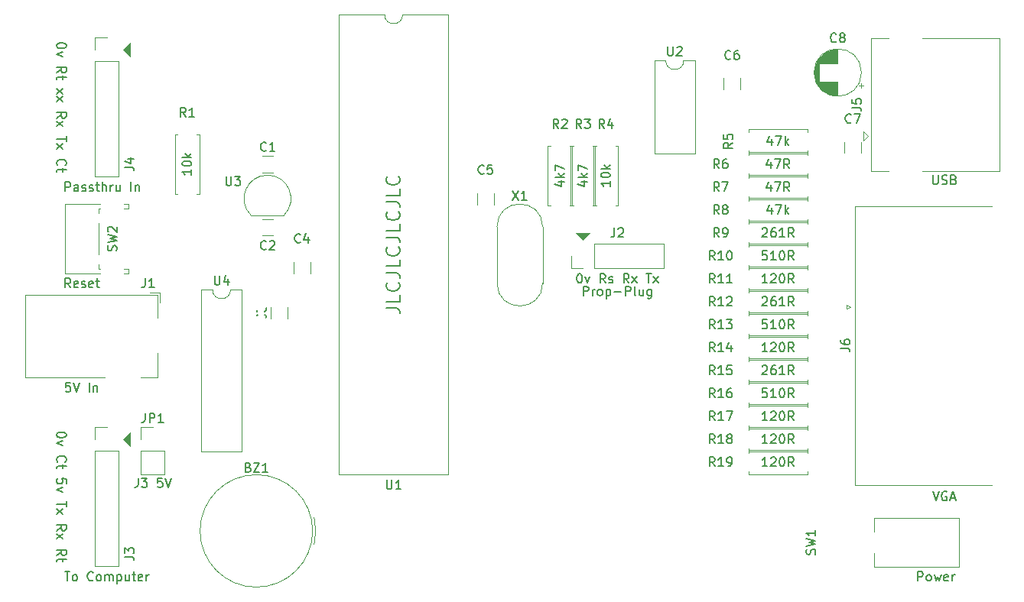
<source format=gto>
%TF.GenerationSoftware,KiCad,Pcbnew,(5.1.6)-1*%
%TF.CreationDate,2020-11-22T19:56:56-08:00*%
%TF.ProjectId,vgavt1593,76676176-7431-4353-9933-2e6b69636164,1*%
%TF.SameCoordinates,Original*%
%TF.FileFunction,Legend,Top*%
%TF.FilePolarity,Positive*%
%FSLAX46Y46*%
G04 Gerber Fmt 4.6, Leading zero omitted, Abs format (unit mm)*
G04 Created by KiCad (PCBNEW (5.1.6)-1) date 2020-11-22 19:56:56*
%MOMM*%
%LPD*%
G01*
G04 APERTURE LIST*
%ADD10C,0.100000*%
%ADD11C,0.150000*%
%ADD12C,0.203200*%
%ADD13C,0.120000*%
%ADD14C,2.354000*%
%ADD15C,2.004000*%
%ADD16C,1.854000*%
%ADD17R,1.854000X1.854000*%
%ADD18O,1.854000X1.854000*%
%ADD19C,4.254000*%
%ADD20O,1.954000X1.954000*%
%ADD21R,1.954000X1.954000*%
%ADD22C,2.054000*%
%ADD23O,2.654000X1.854000*%
%ADD24R,2.654000X1.854000*%
%ADD25C,1.554000*%
%ADD26C,3.754000*%
%ADD27R,1.778000X1.778000*%
%ADD28C,1.778000*%
%ADD29C,2.254000*%
%ADD30R,2.254000X2.254000*%
%ADD31C,1.954000*%
%ADD32R,3.754000X3.754000*%
%ADD33C,1.754000*%
%ADD34C,3.454000*%
G04 APERTURE END LIST*
D10*
G36*
X34290000Y-31242000D02*
G01*
X33528000Y-30480000D01*
X34290000Y-29718000D01*
X34290000Y-31242000D01*
G37*
X34290000Y-31242000D02*
X33528000Y-30480000D01*
X34290000Y-29718000D01*
X34290000Y-31242000D01*
G36*
X34290000Y-74422000D02*
G01*
X33528000Y-73660000D01*
X34290000Y-72898000D01*
X34290000Y-74422000D01*
G37*
X34290000Y-74422000D02*
X33528000Y-73660000D01*
X34290000Y-72898000D01*
X34290000Y-74422000D01*
G36*
X84455000Y-51562000D02*
G01*
X83693000Y-50800000D01*
X85217000Y-50800000D01*
X84455000Y-51562000D01*
G37*
X84455000Y-51562000D02*
X83693000Y-50800000D01*
X85217000Y-50800000D01*
X84455000Y-51562000D01*
D11*
X84031666Y-55323619D02*
X84128428Y-55323619D01*
X84225190Y-55372000D01*
X84273571Y-55420380D01*
X84321952Y-55517142D01*
X84370333Y-55710666D01*
X84370333Y-55952571D01*
X84321952Y-56146095D01*
X84273571Y-56242857D01*
X84225190Y-56291238D01*
X84128428Y-56339619D01*
X84031666Y-56339619D01*
X83934904Y-56291238D01*
X83886523Y-56242857D01*
X83838142Y-56146095D01*
X83789761Y-55952571D01*
X83789761Y-55710666D01*
X83838142Y-55517142D01*
X83886523Y-55420380D01*
X83934904Y-55372000D01*
X84031666Y-55323619D01*
X84709000Y-55662285D02*
X84950904Y-56339619D01*
X85192809Y-55662285D01*
X86934523Y-56339619D02*
X86595857Y-55855809D01*
X86353952Y-56339619D02*
X86353952Y-55323619D01*
X86741000Y-55323619D01*
X86837761Y-55372000D01*
X86886142Y-55420380D01*
X86934523Y-55517142D01*
X86934523Y-55662285D01*
X86886142Y-55759047D01*
X86837761Y-55807428D01*
X86741000Y-55855809D01*
X86353952Y-55855809D01*
X87321571Y-56291238D02*
X87418333Y-56339619D01*
X87611857Y-56339619D01*
X87708619Y-56291238D01*
X87757000Y-56194476D01*
X87757000Y-56146095D01*
X87708619Y-56049333D01*
X87611857Y-56000952D01*
X87466714Y-56000952D01*
X87369952Y-55952571D01*
X87321571Y-55855809D01*
X87321571Y-55807428D01*
X87369952Y-55710666D01*
X87466714Y-55662285D01*
X87611857Y-55662285D01*
X87708619Y-55710666D01*
X89547095Y-56339619D02*
X89208428Y-55855809D01*
X88966523Y-56339619D02*
X88966523Y-55323619D01*
X89353571Y-55323619D01*
X89450333Y-55372000D01*
X89498714Y-55420380D01*
X89547095Y-55517142D01*
X89547095Y-55662285D01*
X89498714Y-55759047D01*
X89450333Y-55807428D01*
X89353571Y-55855809D01*
X88966523Y-55855809D01*
X89885761Y-56339619D02*
X90417952Y-55662285D01*
X89885761Y-55662285D02*
X90417952Y-56339619D01*
X91433952Y-55323619D02*
X92014523Y-55323619D01*
X91724238Y-56339619D02*
X91724238Y-55323619D01*
X92256428Y-56339619D02*
X92788619Y-55662285D01*
X92256428Y-55662285D02*
X92788619Y-56339619D01*
X27254200Y-29997400D02*
X27254200Y-30099000D01*
X27203400Y-30200600D01*
X27152600Y-30251400D01*
X27051000Y-30302200D01*
X26847800Y-30353000D01*
X26593800Y-30353000D01*
X26390600Y-30302200D01*
X26289000Y-30251400D01*
X26238200Y-30200600D01*
X26187400Y-30099000D01*
X26187400Y-29997400D01*
X26238200Y-29895800D01*
X26289000Y-29845000D01*
X26390600Y-29794200D01*
X26593800Y-29743400D01*
X26847800Y-29743400D01*
X27051000Y-29794200D01*
X27152600Y-29845000D01*
X27203400Y-29895800D01*
X27254200Y-29997400D01*
X26898600Y-30708600D02*
X26187400Y-30962600D01*
X26898600Y-31216600D01*
X26187400Y-33045400D02*
X26695400Y-32689800D01*
X26187400Y-32435800D02*
X27254200Y-32435800D01*
X27254200Y-32842200D01*
X27203400Y-32943800D01*
X27152600Y-32994600D01*
X27051000Y-33045400D01*
X26898600Y-33045400D01*
X26797000Y-32994600D01*
X26746200Y-32943800D01*
X26695400Y-32842200D01*
X26695400Y-32435800D01*
X26898600Y-33350200D02*
X26898600Y-33756600D01*
X27254200Y-33502600D02*
X26339800Y-33502600D01*
X26238200Y-33553400D01*
X26187400Y-33655000D01*
X26187400Y-33756600D01*
X26187400Y-34823400D02*
X26898600Y-35382200D01*
X26898600Y-34823400D02*
X26187400Y-35382200D01*
X26187400Y-35687000D02*
X26898600Y-36245800D01*
X26898600Y-35687000D02*
X26187400Y-36245800D01*
X26187400Y-38074600D02*
X26695400Y-37719000D01*
X26187400Y-37465000D02*
X27254200Y-37465000D01*
X27254200Y-37871400D01*
X27203400Y-37973000D01*
X27152600Y-38023800D01*
X27051000Y-38074600D01*
X26898600Y-38074600D01*
X26797000Y-38023800D01*
X26746200Y-37973000D01*
X26695400Y-37871400D01*
X26695400Y-37465000D01*
X26187400Y-38430200D02*
X26898600Y-38989000D01*
X26898600Y-38430200D02*
X26187400Y-38989000D01*
X27254200Y-40055800D02*
X27254200Y-40665400D01*
X26187400Y-40360600D02*
X27254200Y-40360600D01*
X26187400Y-40919400D02*
X26898600Y-41478200D01*
X26898600Y-40919400D02*
X26187400Y-41478200D01*
X26289000Y-43307000D02*
X26238200Y-43256200D01*
X26187400Y-43103800D01*
X26187400Y-43002200D01*
X26238200Y-42849800D01*
X26339800Y-42748200D01*
X26441400Y-42697400D01*
X26644600Y-42646600D01*
X26797000Y-42646600D01*
X27000200Y-42697400D01*
X27101800Y-42748200D01*
X27203400Y-42849800D01*
X27254200Y-43002200D01*
X27254200Y-43103800D01*
X27203400Y-43256200D01*
X27152600Y-43307000D01*
X26898600Y-43611800D02*
X26898600Y-44018200D01*
X27254200Y-43764200D02*
X26339800Y-43764200D01*
X26238200Y-43815000D01*
X26187400Y-43916600D01*
X26187400Y-44018200D01*
X27254200Y-73126600D02*
X27254200Y-73228200D01*
X27203400Y-73329800D01*
X27152600Y-73380600D01*
X27051000Y-73431400D01*
X26847800Y-73482200D01*
X26593800Y-73482200D01*
X26390600Y-73431400D01*
X26289000Y-73380600D01*
X26238200Y-73329800D01*
X26187400Y-73228200D01*
X26187400Y-73126600D01*
X26238200Y-73025000D01*
X26289000Y-72974200D01*
X26390600Y-72923400D01*
X26593800Y-72872600D01*
X26847800Y-72872600D01*
X27051000Y-72923400D01*
X27152600Y-72974200D01*
X27203400Y-73025000D01*
X27254200Y-73126600D01*
X26898600Y-73837800D02*
X26187400Y-74091800D01*
X26898600Y-74345800D01*
X26289000Y-76174600D02*
X26238200Y-76123800D01*
X26187400Y-75971400D01*
X26187400Y-75869800D01*
X26238200Y-75717400D01*
X26339800Y-75615800D01*
X26441400Y-75565000D01*
X26644600Y-75514200D01*
X26797000Y-75514200D01*
X27000200Y-75565000D01*
X27101800Y-75615800D01*
X27203400Y-75717400D01*
X27254200Y-75869800D01*
X27254200Y-75971400D01*
X27203400Y-76123800D01*
X27152600Y-76174600D01*
X26898600Y-76479400D02*
X26898600Y-76885800D01*
X27254200Y-76631800D02*
X26339800Y-76631800D01*
X26238200Y-76682600D01*
X26187400Y-76784200D01*
X26187400Y-76885800D01*
X27254200Y-78562200D02*
X27254200Y-78054200D01*
X26746200Y-78003400D01*
X26797000Y-78054200D01*
X26847800Y-78155800D01*
X26847800Y-78409800D01*
X26797000Y-78511400D01*
X26746200Y-78562200D01*
X26644600Y-78613000D01*
X26390600Y-78613000D01*
X26289000Y-78562200D01*
X26238200Y-78511400D01*
X26187400Y-78409800D01*
X26187400Y-78155800D01*
X26238200Y-78054200D01*
X26289000Y-78003400D01*
X26898600Y-78968600D02*
X26187400Y-79222600D01*
X26898600Y-79476600D01*
X27254200Y-80543400D02*
X27254200Y-81153000D01*
X26187400Y-80848200D02*
X27254200Y-80848200D01*
X26187400Y-81407000D02*
X26898600Y-81965800D01*
X26898600Y-81407000D02*
X26187400Y-81965800D01*
X26187400Y-83794600D02*
X26695400Y-83439000D01*
X26187400Y-83185000D02*
X27254200Y-83185000D01*
X27254200Y-83591400D01*
X27203400Y-83693000D01*
X27152600Y-83743800D01*
X27051000Y-83794600D01*
X26898600Y-83794600D01*
X26797000Y-83743800D01*
X26746200Y-83693000D01*
X26695400Y-83591400D01*
X26695400Y-83185000D01*
X26187400Y-84150200D02*
X26898600Y-84709000D01*
X26898600Y-84150200D02*
X26187400Y-84709000D01*
X26187400Y-86537800D02*
X26695400Y-86182200D01*
X26187400Y-85928200D02*
X27254200Y-85928200D01*
X27254200Y-86334600D01*
X27203400Y-86436200D01*
X27152600Y-86487000D01*
X27051000Y-86537800D01*
X26898600Y-86537800D01*
X26797000Y-86487000D01*
X26746200Y-86436200D01*
X26695400Y-86334600D01*
X26695400Y-85928200D01*
X26898600Y-86842600D02*
X26898600Y-87249000D01*
X27254200Y-86995000D02*
X26339800Y-86995000D01*
X26238200Y-87045800D01*
X26187400Y-87147400D01*
X26187400Y-87249000D01*
D12*
X62665428Y-59109428D02*
X63754000Y-59109428D01*
X63971714Y-59182000D01*
X64116857Y-59327142D01*
X64189428Y-59544857D01*
X64189428Y-59690000D01*
X64189428Y-57658000D02*
X64189428Y-58383714D01*
X62665428Y-58383714D01*
X64044285Y-56279142D02*
X64116857Y-56351714D01*
X64189428Y-56569428D01*
X64189428Y-56714571D01*
X64116857Y-56932285D01*
X63971714Y-57077428D01*
X63826571Y-57150000D01*
X63536285Y-57222571D01*
X63318571Y-57222571D01*
X63028285Y-57150000D01*
X62883142Y-57077428D01*
X62738000Y-56932285D01*
X62665428Y-56714571D01*
X62665428Y-56569428D01*
X62738000Y-56351714D01*
X62810571Y-56279142D01*
X62665428Y-55190571D02*
X63754000Y-55190571D01*
X63971714Y-55263142D01*
X64116857Y-55408285D01*
X64189428Y-55626000D01*
X64189428Y-55771142D01*
X64189428Y-53739142D02*
X64189428Y-54464857D01*
X62665428Y-54464857D01*
X64044285Y-52360285D02*
X64116857Y-52432857D01*
X64189428Y-52650571D01*
X64189428Y-52795714D01*
X64116857Y-53013428D01*
X63971714Y-53158571D01*
X63826571Y-53231142D01*
X63536285Y-53303714D01*
X63318571Y-53303714D01*
X63028285Y-53231142D01*
X62883142Y-53158571D01*
X62738000Y-53013428D01*
X62665428Y-52795714D01*
X62665428Y-52650571D01*
X62738000Y-52432857D01*
X62810571Y-52360285D01*
X62665428Y-51271714D02*
X63754000Y-51271714D01*
X63971714Y-51344285D01*
X64116857Y-51489428D01*
X64189428Y-51707142D01*
X64189428Y-51852285D01*
X64189428Y-49820285D02*
X64189428Y-50546000D01*
X62665428Y-50546000D01*
X64044285Y-48441428D02*
X64116857Y-48514000D01*
X64189428Y-48731714D01*
X64189428Y-48876857D01*
X64116857Y-49094571D01*
X63971714Y-49239714D01*
X63826571Y-49312285D01*
X63536285Y-49384857D01*
X63318571Y-49384857D01*
X63028285Y-49312285D01*
X62883142Y-49239714D01*
X62738000Y-49094571D01*
X62665428Y-48876857D01*
X62665428Y-48731714D01*
X62738000Y-48514000D01*
X62810571Y-48441428D01*
X62665428Y-47352857D02*
X63754000Y-47352857D01*
X63971714Y-47425428D01*
X64116857Y-47570571D01*
X64189428Y-47788285D01*
X64189428Y-47933428D01*
X64189428Y-45901428D02*
X64189428Y-46627142D01*
X62665428Y-46627142D01*
X64044285Y-44522571D02*
X64116857Y-44595142D01*
X64189428Y-44812857D01*
X64189428Y-44958000D01*
X64116857Y-45175714D01*
X63971714Y-45320857D01*
X63826571Y-45393428D01*
X63536285Y-45466000D01*
X63318571Y-45466000D01*
X63028285Y-45393428D01*
X62883142Y-45320857D01*
X62738000Y-45175714D01*
X62665428Y-44958000D01*
X62665428Y-44812857D01*
X62738000Y-44595142D01*
X62810571Y-44522571D01*
D13*
X30815000Y-54775000D02*
X31045000Y-54775000D01*
X27145000Y-55295000D02*
X27145000Y-47575000D01*
X27145000Y-47575000D02*
X31045000Y-47575000D01*
X34155000Y-55295000D02*
X34155000Y-54775000D01*
X27145000Y-55295000D02*
X31045000Y-55295000D01*
X30815000Y-48095000D02*
X31045000Y-48095000D01*
X33645000Y-54775000D02*
X34155000Y-54775000D01*
X33645000Y-55295000D02*
X34155000Y-55295000D01*
X30815000Y-48635000D02*
X30815000Y-48095000D01*
X33645000Y-48095000D02*
X34155000Y-48095000D01*
X34155000Y-48095000D02*
X34155000Y-47575000D01*
X33645000Y-47575000D02*
X34155000Y-47575000D01*
X30815000Y-54775000D02*
X30815000Y-54235000D01*
X30815000Y-53135000D02*
X30815000Y-49735000D01*
X115219775Y-34745000D02*
X115219775Y-34245000D01*
X115469775Y-34495000D02*
X114969775Y-34495000D01*
X110064000Y-33304000D02*
X110064000Y-32736000D01*
X110104000Y-33538000D02*
X110104000Y-32502000D01*
X110144000Y-33697000D02*
X110144000Y-32343000D01*
X110184000Y-33825000D02*
X110184000Y-32215000D01*
X110224000Y-33935000D02*
X110224000Y-32105000D01*
X110264000Y-34031000D02*
X110264000Y-32009000D01*
X110304000Y-34118000D02*
X110304000Y-31922000D01*
X110344000Y-34198000D02*
X110344000Y-31842000D01*
X110384000Y-34271000D02*
X110384000Y-31769000D01*
X110424000Y-34339000D02*
X110424000Y-31701000D01*
X110464000Y-34403000D02*
X110464000Y-31637000D01*
X110504000Y-34463000D02*
X110504000Y-31577000D01*
X110544000Y-34520000D02*
X110544000Y-31520000D01*
X110584000Y-34574000D02*
X110584000Y-31466000D01*
X110624000Y-34625000D02*
X110624000Y-31415000D01*
X110664000Y-31980000D02*
X110664000Y-31367000D01*
X110664000Y-34673000D02*
X110664000Y-34060000D01*
X110704000Y-31980000D02*
X110704000Y-31321000D01*
X110704000Y-34719000D02*
X110704000Y-34060000D01*
X110744000Y-31980000D02*
X110744000Y-31277000D01*
X110744000Y-34763000D02*
X110744000Y-34060000D01*
X110784000Y-31980000D02*
X110784000Y-31235000D01*
X110784000Y-34805000D02*
X110784000Y-34060000D01*
X110824000Y-31980000D02*
X110824000Y-31194000D01*
X110824000Y-34846000D02*
X110824000Y-34060000D01*
X110864000Y-31980000D02*
X110864000Y-31156000D01*
X110864000Y-34884000D02*
X110864000Y-34060000D01*
X110904000Y-31980000D02*
X110904000Y-31119000D01*
X110904000Y-34921000D02*
X110904000Y-34060000D01*
X110944000Y-31980000D02*
X110944000Y-31083000D01*
X110944000Y-34957000D02*
X110944000Y-34060000D01*
X110984000Y-31980000D02*
X110984000Y-31049000D01*
X110984000Y-34991000D02*
X110984000Y-34060000D01*
X111024000Y-31980000D02*
X111024000Y-31016000D01*
X111024000Y-35024000D02*
X111024000Y-34060000D01*
X111064000Y-31980000D02*
X111064000Y-30985000D01*
X111064000Y-35055000D02*
X111064000Y-34060000D01*
X111104000Y-31980000D02*
X111104000Y-30955000D01*
X111104000Y-35085000D02*
X111104000Y-34060000D01*
X111144000Y-31980000D02*
X111144000Y-30925000D01*
X111144000Y-35115000D02*
X111144000Y-34060000D01*
X111184000Y-31980000D02*
X111184000Y-30898000D01*
X111184000Y-35142000D02*
X111184000Y-34060000D01*
X111224000Y-31980000D02*
X111224000Y-30871000D01*
X111224000Y-35169000D02*
X111224000Y-34060000D01*
X111264000Y-31980000D02*
X111264000Y-30845000D01*
X111264000Y-35195000D02*
X111264000Y-34060000D01*
X111304000Y-31980000D02*
X111304000Y-30820000D01*
X111304000Y-35220000D02*
X111304000Y-34060000D01*
X111344000Y-31980000D02*
X111344000Y-30796000D01*
X111344000Y-35244000D02*
X111344000Y-34060000D01*
X111384000Y-31980000D02*
X111384000Y-30773000D01*
X111384000Y-35267000D02*
X111384000Y-34060000D01*
X111424000Y-31980000D02*
X111424000Y-30752000D01*
X111424000Y-35288000D02*
X111424000Y-34060000D01*
X111464000Y-31980000D02*
X111464000Y-30730000D01*
X111464000Y-35310000D02*
X111464000Y-34060000D01*
X111504000Y-31980000D02*
X111504000Y-30710000D01*
X111504000Y-35330000D02*
X111504000Y-34060000D01*
X111544000Y-31980000D02*
X111544000Y-30691000D01*
X111544000Y-35349000D02*
X111544000Y-34060000D01*
X111584000Y-31980000D02*
X111584000Y-30672000D01*
X111584000Y-35368000D02*
X111584000Y-34060000D01*
X111624000Y-31980000D02*
X111624000Y-30655000D01*
X111624000Y-35385000D02*
X111624000Y-34060000D01*
X111664000Y-31980000D02*
X111664000Y-30638000D01*
X111664000Y-35402000D02*
X111664000Y-34060000D01*
X111704000Y-31980000D02*
X111704000Y-30622000D01*
X111704000Y-35418000D02*
X111704000Y-34060000D01*
X111744000Y-31980000D02*
X111744000Y-30606000D01*
X111744000Y-35434000D02*
X111744000Y-34060000D01*
X111784000Y-31980000D02*
X111784000Y-30592000D01*
X111784000Y-35448000D02*
X111784000Y-34060000D01*
X111824000Y-31980000D02*
X111824000Y-30578000D01*
X111824000Y-35462000D02*
X111824000Y-34060000D01*
X111864000Y-31980000D02*
X111864000Y-30565000D01*
X111864000Y-35475000D02*
X111864000Y-34060000D01*
X111904000Y-31980000D02*
X111904000Y-30552000D01*
X111904000Y-35488000D02*
X111904000Y-34060000D01*
X111944000Y-31980000D02*
X111944000Y-30540000D01*
X111944000Y-35500000D02*
X111944000Y-34060000D01*
X111985000Y-31980000D02*
X111985000Y-30529000D01*
X111985000Y-35511000D02*
X111985000Y-34060000D01*
X112025000Y-31980000D02*
X112025000Y-30519000D01*
X112025000Y-35521000D02*
X112025000Y-34060000D01*
X112065000Y-31980000D02*
X112065000Y-30509000D01*
X112065000Y-35531000D02*
X112065000Y-34060000D01*
X112105000Y-31980000D02*
X112105000Y-30500000D01*
X112105000Y-35540000D02*
X112105000Y-34060000D01*
X112145000Y-31980000D02*
X112145000Y-30492000D01*
X112145000Y-35548000D02*
X112145000Y-34060000D01*
X112185000Y-31980000D02*
X112185000Y-30484000D01*
X112185000Y-35556000D02*
X112185000Y-34060000D01*
X112225000Y-31980000D02*
X112225000Y-30477000D01*
X112225000Y-35563000D02*
X112225000Y-34060000D01*
X112265000Y-31980000D02*
X112265000Y-30470000D01*
X112265000Y-35570000D02*
X112265000Y-34060000D01*
X112305000Y-31980000D02*
X112305000Y-30464000D01*
X112305000Y-35576000D02*
X112305000Y-34060000D01*
X112345000Y-31980000D02*
X112345000Y-30459000D01*
X112345000Y-35581000D02*
X112345000Y-34060000D01*
X112385000Y-31980000D02*
X112385000Y-30455000D01*
X112385000Y-35585000D02*
X112385000Y-34060000D01*
X112425000Y-31980000D02*
X112425000Y-30451000D01*
X112425000Y-35589000D02*
X112425000Y-34060000D01*
X112465000Y-31980000D02*
X112465000Y-30447000D01*
X112465000Y-35593000D02*
X112465000Y-34060000D01*
X112505000Y-31980000D02*
X112505000Y-30444000D01*
X112505000Y-35596000D02*
X112505000Y-34060000D01*
X112545000Y-31980000D02*
X112545000Y-30442000D01*
X112545000Y-35598000D02*
X112545000Y-34060000D01*
X112585000Y-31980000D02*
X112585000Y-30441000D01*
X112585000Y-35599000D02*
X112585000Y-34060000D01*
X112625000Y-35600000D02*
X112625000Y-34060000D01*
X112625000Y-31980000D02*
X112625000Y-30440000D01*
X112665000Y-35600000D02*
X112665000Y-34060000D01*
X112665000Y-31980000D02*
X112665000Y-30440000D01*
X115285000Y-33020000D02*
G75*
G03*
X115285000Y-33020000I-2620000J0D01*
G01*
X102775000Y-75160000D02*
X102775000Y-74830000D01*
X102775000Y-74830000D02*
X109315000Y-74830000D01*
X109315000Y-74830000D02*
X109315000Y-75160000D01*
X102775000Y-77240000D02*
X102775000Y-77570000D01*
X102775000Y-77570000D02*
X109315000Y-77570000D01*
X109315000Y-77570000D02*
X109315000Y-77240000D01*
X102775000Y-72620000D02*
X102775000Y-72290000D01*
X102775000Y-72290000D02*
X109315000Y-72290000D01*
X109315000Y-72290000D02*
X109315000Y-72620000D01*
X102775000Y-74700000D02*
X102775000Y-75030000D01*
X102775000Y-75030000D02*
X109315000Y-75030000D01*
X109315000Y-75030000D02*
X109315000Y-74700000D01*
X109315000Y-72160000D02*
X109315000Y-72490000D01*
X109315000Y-72490000D02*
X102775000Y-72490000D01*
X102775000Y-72490000D02*
X102775000Y-72160000D01*
X109315000Y-70080000D02*
X109315000Y-69750000D01*
X109315000Y-69750000D02*
X102775000Y-69750000D01*
X102775000Y-69750000D02*
X102775000Y-70080000D01*
X109315000Y-69620000D02*
X109315000Y-69950000D01*
X109315000Y-69950000D02*
X102775000Y-69950000D01*
X102775000Y-69950000D02*
X102775000Y-69620000D01*
X109315000Y-67540000D02*
X109315000Y-67210000D01*
X109315000Y-67210000D02*
X102775000Y-67210000D01*
X102775000Y-67210000D02*
X102775000Y-67540000D01*
X109315000Y-67080000D02*
X109315000Y-67410000D01*
X109315000Y-67410000D02*
X102775000Y-67410000D01*
X102775000Y-67410000D02*
X102775000Y-67080000D01*
X109315000Y-65000000D02*
X109315000Y-64670000D01*
X109315000Y-64670000D02*
X102775000Y-64670000D01*
X102775000Y-64670000D02*
X102775000Y-65000000D01*
X109315000Y-64540000D02*
X109315000Y-64870000D01*
X109315000Y-64870000D02*
X102775000Y-64870000D01*
X102775000Y-64870000D02*
X102775000Y-64540000D01*
X109315000Y-62460000D02*
X109315000Y-62130000D01*
X109315000Y-62130000D02*
X102775000Y-62130000D01*
X102775000Y-62130000D02*
X102775000Y-62460000D01*
X109315000Y-62000000D02*
X109315000Y-62330000D01*
X109315000Y-62330000D02*
X102775000Y-62330000D01*
X102775000Y-62330000D02*
X102775000Y-62000000D01*
X109315000Y-59920000D02*
X109315000Y-59590000D01*
X109315000Y-59590000D02*
X102775000Y-59590000D01*
X102775000Y-59590000D02*
X102775000Y-59920000D01*
X109315000Y-59460000D02*
X109315000Y-59790000D01*
X109315000Y-59790000D02*
X102775000Y-59790000D01*
X102775000Y-59790000D02*
X102775000Y-59460000D01*
X109315000Y-57380000D02*
X109315000Y-57050000D01*
X109315000Y-57050000D02*
X102775000Y-57050000D01*
X102775000Y-57050000D02*
X102775000Y-57380000D01*
X109315000Y-56920000D02*
X109315000Y-57250000D01*
X109315000Y-57250000D02*
X102775000Y-57250000D01*
X102775000Y-57250000D02*
X102775000Y-56920000D01*
X109315000Y-54840000D02*
X109315000Y-54510000D01*
X109315000Y-54510000D02*
X102775000Y-54510000D01*
X102775000Y-54510000D02*
X102775000Y-54840000D01*
X109315000Y-54380000D02*
X109315000Y-54710000D01*
X109315000Y-54710000D02*
X102775000Y-54710000D01*
X102775000Y-54710000D02*
X102775000Y-54380000D01*
X109315000Y-52300000D02*
X109315000Y-51970000D01*
X109315000Y-51970000D02*
X102775000Y-51970000D01*
X102775000Y-51970000D02*
X102775000Y-52300000D01*
X109315000Y-51840000D02*
X109315000Y-52170000D01*
X109315000Y-52170000D02*
X102775000Y-52170000D01*
X102775000Y-52170000D02*
X102775000Y-51840000D01*
X109315000Y-49760000D02*
X109315000Y-49430000D01*
X109315000Y-49430000D02*
X102775000Y-49430000D01*
X102775000Y-49430000D02*
X102775000Y-49760000D01*
X109315000Y-49300000D02*
X109315000Y-49630000D01*
X109315000Y-49630000D02*
X102775000Y-49630000D01*
X102775000Y-49630000D02*
X102775000Y-49300000D01*
X109315000Y-47220000D02*
X109315000Y-46890000D01*
X109315000Y-46890000D02*
X102775000Y-46890000D01*
X102775000Y-46890000D02*
X102775000Y-47220000D01*
X102775000Y-44680000D02*
X102775000Y-44350000D01*
X102775000Y-44350000D02*
X109315000Y-44350000D01*
X109315000Y-44350000D02*
X109315000Y-44680000D01*
X102775000Y-46760000D02*
X102775000Y-47090000D01*
X102775000Y-47090000D02*
X109315000Y-47090000D01*
X109315000Y-47090000D02*
X109315000Y-46760000D01*
X102775000Y-42140000D02*
X102775000Y-41810000D01*
X102775000Y-41810000D02*
X109315000Y-41810000D01*
X109315000Y-41810000D02*
X109315000Y-42140000D01*
X102775000Y-44220000D02*
X102775000Y-44550000D01*
X102775000Y-44550000D02*
X109315000Y-44550000D01*
X109315000Y-44550000D02*
X109315000Y-44220000D01*
X109315000Y-41680000D02*
X109315000Y-42010000D01*
X109315000Y-42010000D02*
X102775000Y-42010000D01*
X102775000Y-42010000D02*
X102775000Y-41680000D01*
X109315000Y-39600000D02*
X109315000Y-39270000D01*
X109315000Y-39270000D02*
X102775000Y-39270000D01*
X102775000Y-39270000D02*
X102775000Y-39600000D01*
X88035000Y-41180000D02*
X88365000Y-41180000D01*
X88365000Y-41180000D02*
X88365000Y-47720000D01*
X88365000Y-47720000D02*
X88035000Y-47720000D01*
X85955000Y-41180000D02*
X85625000Y-41180000D01*
X85625000Y-41180000D02*
X85625000Y-47720000D01*
X85625000Y-47720000D02*
X85955000Y-47720000D01*
X83415000Y-47720000D02*
X83085000Y-47720000D01*
X83085000Y-47720000D02*
X83085000Y-41180000D01*
X83085000Y-41180000D02*
X83415000Y-41180000D01*
X85495000Y-47720000D02*
X85825000Y-47720000D01*
X85825000Y-47720000D02*
X85825000Y-41180000D01*
X85825000Y-41180000D02*
X85495000Y-41180000D01*
X80875000Y-47720000D02*
X80545000Y-47720000D01*
X80545000Y-47720000D02*
X80545000Y-41180000D01*
X80545000Y-41180000D02*
X80875000Y-41180000D01*
X82955000Y-47720000D02*
X83285000Y-47720000D01*
X83285000Y-47720000D02*
X83285000Y-41180000D01*
X83285000Y-41180000D02*
X82955000Y-41180000D01*
X39600000Y-46450000D02*
X39270000Y-46450000D01*
X39270000Y-46450000D02*
X39270000Y-39910000D01*
X39270000Y-39910000D02*
X39600000Y-39910000D01*
X41680000Y-46450000D02*
X42010000Y-46450000D01*
X42010000Y-46450000D02*
X42010000Y-39910000D01*
X42010000Y-39910000D02*
X41680000Y-39910000D01*
X129715000Y-78778800D02*
X114565000Y-78778800D01*
X114565000Y-78778800D02*
X114565000Y-47808800D01*
X114565000Y-47808800D02*
X129715000Y-47808800D01*
X113670662Y-59228800D02*
X113670662Y-58728800D01*
X113670662Y-58728800D02*
X114103675Y-58978800D01*
X114103675Y-58978800D02*
X113670662Y-59228800D01*
X30420000Y-87690000D02*
X33080000Y-87690000D01*
X30420000Y-74930000D02*
X30420000Y-87690000D01*
X33080000Y-74930000D02*
X33080000Y-87690000D01*
X30420000Y-74930000D02*
X33080000Y-74930000D01*
X30420000Y-73660000D02*
X30420000Y-72330000D01*
X30420000Y-72330000D02*
X31750000Y-72330000D01*
X116720000Y-87780000D02*
X116720000Y-86290000D01*
X116720000Y-83890000D02*
X116720000Y-82400000D01*
X126080000Y-82400000D02*
X116720000Y-82400000D01*
X126080000Y-87780000D02*
X126080000Y-82400000D01*
X116720000Y-87780000D02*
X126080000Y-87780000D01*
X43450000Y-57090000D02*
X42200000Y-57090000D01*
X42200000Y-57090000D02*
X42200000Y-74990000D01*
X42200000Y-74990000D02*
X46700000Y-74990000D01*
X46700000Y-74990000D02*
X46700000Y-57090000D01*
X46700000Y-57090000D02*
X45450000Y-57090000D01*
X45450000Y-57090000D02*
G75*
G02*
X43450000Y-57090000I-1000000J0D01*
G01*
X96865000Y-31690000D02*
X95615000Y-31690000D01*
X96865000Y-41970000D02*
X96865000Y-31690000D01*
X92365000Y-41970000D02*
X96865000Y-41970000D01*
X92365000Y-31690000D02*
X92365000Y-41970000D01*
X93615000Y-31690000D02*
X92365000Y-31690000D01*
X95615000Y-31690000D02*
G75*
G02*
X93615000Y-31690000I-1000000J0D01*
G01*
X62500000Y-26610000D02*
X57440000Y-26610000D01*
X57440000Y-26610000D02*
X57440000Y-77530000D01*
X57440000Y-77530000D02*
X69560000Y-77530000D01*
X69560000Y-77530000D02*
X69560000Y-26610000D01*
X69560000Y-26610000D02*
X64500000Y-26610000D01*
X64500000Y-26610000D02*
G75*
G02*
X62500000Y-26610000I-1000000J0D01*
G01*
X115220000Y-40697000D02*
X115220000Y-41955000D01*
X113380000Y-40697000D02*
X113380000Y-41955000D01*
X47730000Y-48840000D02*
X51330000Y-48840000D01*
X47691522Y-48828478D02*
G75*
G02*
X49530000Y-44390000I1838478J1838478D01*
G01*
X51368478Y-48828478D02*
G75*
G03*
X49530000Y-44390000I-1838478J1838478D01*
G01*
X115475000Y-39576000D02*
X115475000Y-40576000D01*
X115975000Y-40076000D02*
X115475000Y-39576000D01*
X115475000Y-40576000D02*
X115975000Y-40076000D01*
X118335000Y-29216000D02*
X116355000Y-29216000D01*
X116355000Y-43936000D02*
X118335000Y-43936000D01*
X116355000Y-43936000D02*
X116355000Y-29216000D01*
X122035000Y-29216000D02*
X130575000Y-29216000D01*
X130575000Y-43936000D02*
X130575000Y-29216000D01*
X122035000Y-43936000D02*
X130575000Y-43936000D01*
X54530000Y-83820000D02*
G75*
G03*
X54530000Y-83820000I-6230000J0D01*
G01*
X54700000Y-82320001D02*
G75*
G02*
X54700000Y-85320000I-6400000J-1499999D01*
G01*
X49880000Y-59041000D02*
X49880000Y-60299000D01*
X51720000Y-59041000D02*
X51720000Y-60299000D01*
X50179000Y-42260000D02*
X48921000Y-42260000D01*
X50179000Y-44100000D02*
X48921000Y-44100000D01*
X50179000Y-49245000D02*
X48921000Y-49245000D01*
X50179000Y-51085000D02*
X48921000Y-51085000D01*
X100045000Y-33641000D02*
X100045000Y-34899000D01*
X101885000Y-33641000D02*
X101885000Y-34899000D01*
X72740000Y-47639000D02*
X72740000Y-46381000D01*
X74580000Y-47639000D02*
X74580000Y-46381000D01*
X52420000Y-55259000D02*
X52420000Y-54001000D01*
X54260000Y-55259000D02*
X54260000Y-54001000D01*
X35500000Y-72330000D02*
X36830000Y-72330000D01*
X35500000Y-73660000D02*
X35500000Y-72330000D01*
X35500000Y-74930000D02*
X38160000Y-74930000D01*
X38160000Y-74930000D02*
X38160000Y-77530000D01*
X35500000Y-74930000D02*
X35500000Y-77530000D01*
X35500000Y-77530000D02*
X38160000Y-77530000D01*
X30420000Y-44510000D02*
X33080000Y-44510000D01*
X30420000Y-31750000D02*
X30420000Y-44510000D01*
X33080000Y-31750000D02*
X33080000Y-44510000D01*
X30420000Y-31750000D02*
X33080000Y-31750000D01*
X30420000Y-30480000D02*
X30420000Y-29150000D01*
X30420000Y-29150000D02*
X31750000Y-29150000D01*
X37380000Y-57630000D02*
X37380000Y-60230000D01*
X22680000Y-57630000D02*
X37380000Y-57630000D01*
X37380000Y-66830000D02*
X35480000Y-66830000D01*
X37380000Y-64130000D02*
X37380000Y-66830000D01*
X22680000Y-66830000D02*
X22680000Y-57630000D01*
X31480000Y-66830000D02*
X22680000Y-66830000D01*
X36530000Y-57430000D02*
X37580000Y-57430000D01*
X37580000Y-58480000D02*
X37580000Y-57430000D01*
X93405000Y-54670000D02*
X93405000Y-52010000D01*
X85725000Y-54670000D02*
X93405000Y-54670000D01*
X85725000Y-52010000D02*
X93405000Y-52010000D01*
X85725000Y-54670000D02*
X85725000Y-52010000D01*
X84455000Y-54670000D02*
X83125000Y-54670000D01*
X83125000Y-54670000D02*
X83125000Y-53340000D01*
X74945000Y-56365000D02*
X74945000Y-50115000D01*
X79995000Y-56365000D02*
X79995000Y-50115000D01*
X79995000Y-50115000D02*
G75*
G03*
X74945000Y-50115000I-2525000J0D01*
G01*
X79995000Y-56365000D02*
G75*
G02*
X74945000Y-56365000I-2525000J0D01*
G01*
D11*
X32789761Y-52768333D02*
X32837380Y-52625476D01*
X32837380Y-52387380D01*
X32789761Y-52292142D01*
X32742142Y-52244523D01*
X32646904Y-52196904D01*
X32551666Y-52196904D01*
X32456428Y-52244523D01*
X32408809Y-52292142D01*
X32361190Y-52387380D01*
X32313571Y-52577857D01*
X32265952Y-52673095D01*
X32218333Y-52720714D01*
X32123095Y-52768333D01*
X32027857Y-52768333D01*
X31932619Y-52720714D01*
X31885000Y-52673095D01*
X31837380Y-52577857D01*
X31837380Y-52339761D01*
X31885000Y-52196904D01*
X31837380Y-51863571D02*
X32837380Y-51625476D01*
X32123095Y-51435000D01*
X32837380Y-51244523D01*
X31837380Y-51006428D01*
X31932619Y-50673095D02*
X31885000Y-50625476D01*
X31837380Y-50530238D01*
X31837380Y-50292142D01*
X31885000Y-50196904D01*
X31932619Y-50149285D01*
X32027857Y-50101666D01*
X32123095Y-50101666D01*
X32265952Y-50149285D01*
X32837380Y-50720714D01*
X32837380Y-50101666D01*
X27717904Y-56840380D02*
X27384571Y-56364190D01*
X27146476Y-56840380D02*
X27146476Y-55840380D01*
X27527428Y-55840380D01*
X27622666Y-55888000D01*
X27670285Y-55935619D01*
X27717904Y-56030857D01*
X27717904Y-56173714D01*
X27670285Y-56268952D01*
X27622666Y-56316571D01*
X27527428Y-56364190D01*
X27146476Y-56364190D01*
X28527428Y-56792761D02*
X28432190Y-56840380D01*
X28241714Y-56840380D01*
X28146476Y-56792761D01*
X28098857Y-56697523D01*
X28098857Y-56316571D01*
X28146476Y-56221333D01*
X28241714Y-56173714D01*
X28432190Y-56173714D01*
X28527428Y-56221333D01*
X28575047Y-56316571D01*
X28575047Y-56411809D01*
X28098857Y-56507047D01*
X28956000Y-56792761D02*
X29051238Y-56840380D01*
X29241714Y-56840380D01*
X29336952Y-56792761D01*
X29384571Y-56697523D01*
X29384571Y-56649904D01*
X29336952Y-56554666D01*
X29241714Y-56507047D01*
X29098857Y-56507047D01*
X29003619Y-56459428D01*
X28956000Y-56364190D01*
X28956000Y-56316571D01*
X29003619Y-56221333D01*
X29098857Y-56173714D01*
X29241714Y-56173714D01*
X29336952Y-56221333D01*
X30194095Y-56792761D02*
X30098857Y-56840380D01*
X29908380Y-56840380D01*
X29813142Y-56792761D01*
X29765523Y-56697523D01*
X29765523Y-56316571D01*
X29813142Y-56221333D01*
X29908380Y-56173714D01*
X30098857Y-56173714D01*
X30194095Y-56221333D01*
X30241714Y-56316571D01*
X30241714Y-56411809D01*
X29765523Y-56507047D01*
X30527428Y-56173714D02*
X30908380Y-56173714D01*
X30670285Y-55840380D02*
X30670285Y-56697523D01*
X30717904Y-56792761D01*
X30813142Y-56840380D01*
X30908380Y-56840380D01*
X112498333Y-29567142D02*
X112450714Y-29614761D01*
X112307857Y-29662380D01*
X112212619Y-29662380D01*
X112069761Y-29614761D01*
X111974523Y-29519523D01*
X111926904Y-29424285D01*
X111879285Y-29233809D01*
X111879285Y-29090952D01*
X111926904Y-28900476D01*
X111974523Y-28805238D01*
X112069761Y-28710000D01*
X112212619Y-28662380D01*
X112307857Y-28662380D01*
X112450714Y-28710000D01*
X112498333Y-28757619D01*
X113069761Y-29090952D02*
X112974523Y-29043333D01*
X112926904Y-28995714D01*
X112879285Y-28900476D01*
X112879285Y-28852857D01*
X112926904Y-28757619D01*
X112974523Y-28710000D01*
X113069761Y-28662380D01*
X113260238Y-28662380D01*
X113355476Y-28710000D01*
X113403095Y-28757619D01*
X113450714Y-28852857D01*
X113450714Y-28900476D01*
X113403095Y-28995714D01*
X113355476Y-29043333D01*
X113260238Y-29090952D01*
X113069761Y-29090952D01*
X112974523Y-29138571D01*
X112926904Y-29186190D01*
X112879285Y-29281428D01*
X112879285Y-29471904D01*
X112926904Y-29567142D01*
X112974523Y-29614761D01*
X113069761Y-29662380D01*
X113260238Y-29662380D01*
X113355476Y-29614761D01*
X113403095Y-29567142D01*
X113450714Y-29471904D01*
X113450714Y-29281428D01*
X113403095Y-29186190D01*
X113355476Y-29138571D01*
X113260238Y-29090952D01*
X99052142Y-76652380D02*
X98718809Y-76176190D01*
X98480714Y-76652380D02*
X98480714Y-75652380D01*
X98861666Y-75652380D01*
X98956904Y-75700000D01*
X99004523Y-75747619D01*
X99052142Y-75842857D01*
X99052142Y-75985714D01*
X99004523Y-76080952D01*
X98956904Y-76128571D01*
X98861666Y-76176190D01*
X98480714Y-76176190D01*
X100004523Y-76652380D02*
X99433095Y-76652380D01*
X99718809Y-76652380D02*
X99718809Y-75652380D01*
X99623571Y-75795238D01*
X99528333Y-75890476D01*
X99433095Y-75938095D01*
X100480714Y-76652380D02*
X100671190Y-76652380D01*
X100766428Y-76604761D01*
X100814047Y-76557142D01*
X100909285Y-76414285D01*
X100956904Y-76223809D01*
X100956904Y-75842857D01*
X100909285Y-75747619D01*
X100861666Y-75700000D01*
X100766428Y-75652380D01*
X100575952Y-75652380D01*
X100480714Y-75700000D01*
X100433095Y-75747619D01*
X100385476Y-75842857D01*
X100385476Y-76080952D01*
X100433095Y-76176190D01*
X100480714Y-76223809D01*
X100575952Y-76271428D01*
X100766428Y-76271428D01*
X100861666Y-76223809D01*
X100909285Y-76176190D01*
X100956904Y-76080952D01*
X104878333Y-76652380D02*
X104306904Y-76652380D01*
X104592619Y-76652380D02*
X104592619Y-75652380D01*
X104497380Y-75795238D01*
X104402142Y-75890476D01*
X104306904Y-75938095D01*
X105259285Y-75747619D02*
X105306904Y-75700000D01*
X105402142Y-75652380D01*
X105640238Y-75652380D01*
X105735476Y-75700000D01*
X105783095Y-75747619D01*
X105830714Y-75842857D01*
X105830714Y-75938095D01*
X105783095Y-76080952D01*
X105211666Y-76652380D01*
X105830714Y-76652380D01*
X106449761Y-75652380D02*
X106545000Y-75652380D01*
X106640238Y-75700000D01*
X106687857Y-75747619D01*
X106735476Y-75842857D01*
X106783095Y-76033333D01*
X106783095Y-76271428D01*
X106735476Y-76461904D01*
X106687857Y-76557142D01*
X106640238Y-76604761D01*
X106545000Y-76652380D01*
X106449761Y-76652380D01*
X106354523Y-76604761D01*
X106306904Y-76557142D01*
X106259285Y-76461904D01*
X106211666Y-76271428D01*
X106211666Y-76033333D01*
X106259285Y-75842857D01*
X106306904Y-75747619D01*
X106354523Y-75700000D01*
X106449761Y-75652380D01*
X107783095Y-76652380D02*
X107449761Y-76176190D01*
X107211666Y-76652380D02*
X107211666Y-75652380D01*
X107592619Y-75652380D01*
X107687857Y-75700000D01*
X107735476Y-75747619D01*
X107783095Y-75842857D01*
X107783095Y-75985714D01*
X107735476Y-76080952D01*
X107687857Y-76128571D01*
X107592619Y-76176190D01*
X107211666Y-76176190D01*
X99052142Y-74112380D02*
X98718809Y-73636190D01*
X98480714Y-74112380D02*
X98480714Y-73112380D01*
X98861666Y-73112380D01*
X98956904Y-73160000D01*
X99004523Y-73207619D01*
X99052142Y-73302857D01*
X99052142Y-73445714D01*
X99004523Y-73540952D01*
X98956904Y-73588571D01*
X98861666Y-73636190D01*
X98480714Y-73636190D01*
X100004523Y-74112380D02*
X99433095Y-74112380D01*
X99718809Y-74112380D02*
X99718809Y-73112380D01*
X99623571Y-73255238D01*
X99528333Y-73350476D01*
X99433095Y-73398095D01*
X100575952Y-73540952D02*
X100480714Y-73493333D01*
X100433095Y-73445714D01*
X100385476Y-73350476D01*
X100385476Y-73302857D01*
X100433095Y-73207619D01*
X100480714Y-73160000D01*
X100575952Y-73112380D01*
X100766428Y-73112380D01*
X100861666Y-73160000D01*
X100909285Y-73207619D01*
X100956904Y-73302857D01*
X100956904Y-73350476D01*
X100909285Y-73445714D01*
X100861666Y-73493333D01*
X100766428Y-73540952D01*
X100575952Y-73540952D01*
X100480714Y-73588571D01*
X100433095Y-73636190D01*
X100385476Y-73731428D01*
X100385476Y-73921904D01*
X100433095Y-74017142D01*
X100480714Y-74064761D01*
X100575952Y-74112380D01*
X100766428Y-74112380D01*
X100861666Y-74064761D01*
X100909285Y-74017142D01*
X100956904Y-73921904D01*
X100956904Y-73731428D01*
X100909285Y-73636190D01*
X100861666Y-73588571D01*
X100766428Y-73540952D01*
X104878333Y-74112380D02*
X104306904Y-74112380D01*
X104592619Y-74112380D02*
X104592619Y-73112380D01*
X104497380Y-73255238D01*
X104402142Y-73350476D01*
X104306904Y-73398095D01*
X105259285Y-73207619D02*
X105306904Y-73160000D01*
X105402142Y-73112380D01*
X105640238Y-73112380D01*
X105735476Y-73160000D01*
X105783095Y-73207619D01*
X105830714Y-73302857D01*
X105830714Y-73398095D01*
X105783095Y-73540952D01*
X105211666Y-74112380D01*
X105830714Y-74112380D01*
X106449761Y-73112380D02*
X106545000Y-73112380D01*
X106640238Y-73160000D01*
X106687857Y-73207619D01*
X106735476Y-73302857D01*
X106783095Y-73493333D01*
X106783095Y-73731428D01*
X106735476Y-73921904D01*
X106687857Y-74017142D01*
X106640238Y-74064761D01*
X106545000Y-74112380D01*
X106449761Y-74112380D01*
X106354523Y-74064761D01*
X106306904Y-74017142D01*
X106259285Y-73921904D01*
X106211666Y-73731428D01*
X106211666Y-73493333D01*
X106259285Y-73302857D01*
X106306904Y-73207619D01*
X106354523Y-73160000D01*
X106449761Y-73112380D01*
X107783095Y-74112380D02*
X107449761Y-73636190D01*
X107211666Y-74112380D02*
X107211666Y-73112380D01*
X107592619Y-73112380D01*
X107687857Y-73160000D01*
X107735476Y-73207619D01*
X107783095Y-73302857D01*
X107783095Y-73445714D01*
X107735476Y-73540952D01*
X107687857Y-73588571D01*
X107592619Y-73636190D01*
X107211666Y-73636190D01*
X99052142Y-71572380D02*
X98718809Y-71096190D01*
X98480714Y-71572380D02*
X98480714Y-70572380D01*
X98861666Y-70572380D01*
X98956904Y-70620000D01*
X99004523Y-70667619D01*
X99052142Y-70762857D01*
X99052142Y-70905714D01*
X99004523Y-71000952D01*
X98956904Y-71048571D01*
X98861666Y-71096190D01*
X98480714Y-71096190D01*
X100004523Y-71572380D02*
X99433095Y-71572380D01*
X99718809Y-71572380D02*
X99718809Y-70572380D01*
X99623571Y-70715238D01*
X99528333Y-70810476D01*
X99433095Y-70858095D01*
X100337857Y-70572380D02*
X101004523Y-70572380D01*
X100575952Y-71572380D01*
X104878333Y-71572380D02*
X104306904Y-71572380D01*
X104592619Y-71572380D02*
X104592619Y-70572380D01*
X104497380Y-70715238D01*
X104402142Y-70810476D01*
X104306904Y-70858095D01*
X105259285Y-70667619D02*
X105306904Y-70620000D01*
X105402142Y-70572380D01*
X105640238Y-70572380D01*
X105735476Y-70620000D01*
X105783095Y-70667619D01*
X105830714Y-70762857D01*
X105830714Y-70858095D01*
X105783095Y-71000952D01*
X105211666Y-71572380D01*
X105830714Y-71572380D01*
X106449761Y-70572380D02*
X106545000Y-70572380D01*
X106640238Y-70620000D01*
X106687857Y-70667619D01*
X106735476Y-70762857D01*
X106783095Y-70953333D01*
X106783095Y-71191428D01*
X106735476Y-71381904D01*
X106687857Y-71477142D01*
X106640238Y-71524761D01*
X106545000Y-71572380D01*
X106449761Y-71572380D01*
X106354523Y-71524761D01*
X106306904Y-71477142D01*
X106259285Y-71381904D01*
X106211666Y-71191428D01*
X106211666Y-70953333D01*
X106259285Y-70762857D01*
X106306904Y-70667619D01*
X106354523Y-70620000D01*
X106449761Y-70572380D01*
X107783095Y-71572380D02*
X107449761Y-71096190D01*
X107211666Y-71572380D02*
X107211666Y-70572380D01*
X107592619Y-70572380D01*
X107687857Y-70620000D01*
X107735476Y-70667619D01*
X107783095Y-70762857D01*
X107783095Y-70905714D01*
X107735476Y-71000952D01*
X107687857Y-71048571D01*
X107592619Y-71096190D01*
X107211666Y-71096190D01*
X99052142Y-69032380D02*
X98718809Y-68556190D01*
X98480714Y-69032380D02*
X98480714Y-68032380D01*
X98861666Y-68032380D01*
X98956904Y-68080000D01*
X99004523Y-68127619D01*
X99052142Y-68222857D01*
X99052142Y-68365714D01*
X99004523Y-68460952D01*
X98956904Y-68508571D01*
X98861666Y-68556190D01*
X98480714Y-68556190D01*
X100004523Y-69032380D02*
X99433095Y-69032380D01*
X99718809Y-69032380D02*
X99718809Y-68032380D01*
X99623571Y-68175238D01*
X99528333Y-68270476D01*
X99433095Y-68318095D01*
X100861666Y-68032380D02*
X100671190Y-68032380D01*
X100575952Y-68080000D01*
X100528333Y-68127619D01*
X100433095Y-68270476D01*
X100385476Y-68460952D01*
X100385476Y-68841904D01*
X100433095Y-68937142D01*
X100480714Y-68984761D01*
X100575952Y-69032380D01*
X100766428Y-69032380D01*
X100861666Y-68984761D01*
X100909285Y-68937142D01*
X100956904Y-68841904D01*
X100956904Y-68603809D01*
X100909285Y-68508571D01*
X100861666Y-68460952D01*
X100766428Y-68413333D01*
X100575952Y-68413333D01*
X100480714Y-68460952D01*
X100433095Y-68508571D01*
X100385476Y-68603809D01*
X104830714Y-68032380D02*
X104354523Y-68032380D01*
X104306904Y-68508571D01*
X104354523Y-68460952D01*
X104449761Y-68413333D01*
X104687857Y-68413333D01*
X104783095Y-68460952D01*
X104830714Y-68508571D01*
X104878333Y-68603809D01*
X104878333Y-68841904D01*
X104830714Y-68937142D01*
X104783095Y-68984761D01*
X104687857Y-69032380D01*
X104449761Y-69032380D01*
X104354523Y-68984761D01*
X104306904Y-68937142D01*
X105830714Y-69032380D02*
X105259285Y-69032380D01*
X105545000Y-69032380D02*
X105545000Y-68032380D01*
X105449761Y-68175238D01*
X105354523Y-68270476D01*
X105259285Y-68318095D01*
X106449761Y-68032380D02*
X106545000Y-68032380D01*
X106640238Y-68080000D01*
X106687857Y-68127619D01*
X106735476Y-68222857D01*
X106783095Y-68413333D01*
X106783095Y-68651428D01*
X106735476Y-68841904D01*
X106687857Y-68937142D01*
X106640238Y-68984761D01*
X106545000Y-69032380D01*
X106449761Y-69032380D01*
X106354523Y-68984761D01*
X106306904Y-68937142D01*
X106259285Y-68841904D01*
X106211666Y-68651428D01*
X106211666Y-68413333D01*
X106259285Y-68222857D01*
X106306904Y-68127619D01*
X106354523Y-68080000D01*
X106449761Y-68032380D01*
X107783095Y-69032380D02*
X107449761Y-68556190D01*
X107211666Y-69032380D02*
X107211666Y-68032380D01*
X107592619Y-68032380D01*
X107687857Y-68080000D01*
X107735476Y-68127619D01*
X107783095Y-68222857D01*
X107783095Y-68365714D01*
X107735476Y-68460952D01*
X107687857Y-68508571D01*
X107592619Y-68556190D01*
X107211666Y-68556190D01*
X99052142Y-66492380D02*
X98718809Y-66016190D01*
X98480714Y-66492380D02*
X98480714Y-65492380D01*
X98861666Y-65492380D01*
X98956904Y-65540000D01*
X99004523Y-65587619D01*
X99052142Y-65682857D01*
X99052142Y-65825714D01*
X99004523Y-65920952D01*
X98956904Y-65968571D01*
X98861666Y-66016190D01*
X98480714Y-66016190D01*
X100004523Y-66492380D02*
X99433095Y-66492380D01*
X99718809Y-66492380D02*
X99718809Y-65492380D01*
X99623571Y-65635238D01*
X99528333Y-65730476D01*
X99433095Y-65778095D01*
X100909285Y-65492380D02*
X100433095Y-65492380D01*
X100385476Y-65968571D01*
X100433095Y-65920952D01*
X100528333Y-65873333D01*
X100766428Y-65873333D01*
X100861666Y-65920952D01*
X100909285Y-65968571D01*
X100956904Y-66063809D01*
X100956904Y-66301904D01*
X100909285Y-66397142D01*
X100861666Y-66444761D01*
X100766428Y-66492380D01*
X100528333Y-66492380D01*
X100433095Y-66444761D01*
X100385476Y-66397142D01*
X104306904Y-65587619D02*
X104354523Y-65540000D01*
X104449761Y-65492380D01*
X104687857Y-65492380D01*
X104783095Y-65540000D01*
X104830714Y-65587619D01*
X104878333Y-65682857D01*
X104878333Y-65778095D01*
X104830714Y-65920952D01*
X104259285Y-66492380D01*
X104878333Y-66492380D01*
X105735476Y-65492380D02*
X105545000Y-65492380D01*
X105449761Y-65540000D01*
X105402142Y-65587619D01*
X105306904Y-65730476D01*
X105259285Y-65920952D01*
X105259285Y-66301904D01*
X105306904Y-66397142D01*
X105354523Y-66444761D01*
X105449761Y-66492380D01*
X105640238Y-66492380D01*
X105735476Y-66444761D01*
X105783095Y-66397142D01*
X105830714Y-66301904D01*
X105830714Y-66063809D01*
X105783095Y-65968571D01*
X105735476Y-65920952D01*
X105640238Y-65873333D01*
X105449761Y-65873333D01*
X105354523Y-65920952D01*
X105306904Y-65968571D01*
X105259285Y-66063809D01*
X106783095Y-66492380D02*
X106211666Y-66492380D01*
X106497380Y-66492380D02*
X106497380Y-65492380D01*
X106402142Y-65635238D01*
X106306904Y-65730476D01*
X106211666Y-65778095D01*
X107783095Y-66492380D02*
X107449761Y-66016190D01*
X107211666Y-66492380D02*
X107211666Y-65492380D01*
X107592619Y-65492380D01*
X107687857Y-65540000D01*
X107735476Y-65587619D01*
X107783095Y-65682857D01*
X107783095Y-65825714D01*
X107735476Y-65920952D01*
X107687857Y-65968571D01*
X107592619Y-66016190D01*
X107211666Y-66016190D01*
X99052142Y-63952380D02*
X98718809Y-63476190D01*
X98480714Y-63952380D02*
X98480714Y-62952380D01*
X98861666Y-62952380D01*
X98956904Y-63000000D01*
X99004523Y-63047619D01*
X99052142Y-63142857D01*
X99052142Y-63285714D01*
X99004523Y-63380952D01*
X98956904Y-63428571D01*
X98861666Y-63476190D01*
X98480714Y-63476190D01*
X100004523Y-63952380D02*
X99433095Y-63952380D01*
X99718809Y-63952380D02*
X99718809Y-62952380D01*
X99623571Y-63095238D01*
X99528333Y-63190476D01*
X99433095Y-63238095D01*
X100861666Y-63285714D02*
X100861666Y-63952380D01*
X100623571Y-62904761D02*
X100385476Y-63619047D01*
X101004523Y-63619047D01*
X104878333Y-63952380D02*
X104306904Y-63952380D01*
X104592619Y-63952380D02*
X104592619Y-62952380D01*
X104497380Y-63095238D01*
X104402142Y-63190476D01*
X104306904Y-63238095D01*
X105259285Y-63047619D02*
X105306904Y-63000000D01*
X105402142Y-62952380D01*
X105640238Y-62952380D01*
X105735476Y-63000000D01*
X105783095Y-63047619D01*
X105830714Y-63142857D01*
X105830714Y-63238095D01*
X105783095Y-63380952D01*
X105211666Y-63952380D01*
X105830714Y-63952380D01*
X106449761Y-62952380D02*
X106545000Y-62952380D01*
X106640238Y-63000000D01*
X106687857Y-63047619D01*
X106735476Y-63142857D01*
X106783095Y-63333333D01*
X106783095Y-63571428D01*
X106735476Y-63761904D01*
X106687857Y-63857142D01*
X106640238Y-63904761D01*
X106545000Y-63952380D01*
X106449761Y-63952380D01*
X106354523Y-63904761D01*
X106306904Y-63857142D01*
X106259285Y-63761904D01*
X106211666Y-63571428D01*
X106211666Y-63333333D01*
X106259285Y-63142857D01*
X106306904Y-63047619D01*
X106354523Y-63000000D01*
X106449761Y-62952380D01*
X107783095Y-63952380D02*
X107449761Y-63476190D01*
X107211666Y-63952380D02*
X107211666Y-62952380D01*
X107592619Y-62952380D01*
X107687857Y-63000000D01*
X107735476Y-63047619D01*
X107783095Y-63142857D01*
X107783095Y-63285714D01*
X107735476Y-63380952D01*
X107687857Y-63428571D01*
X107592619Y-63476190D01*
X107211666Y-63476190D01*
X99052142Y-61412380D02*
X98718809Y-60936190D01*
X98480714Y-61412380D02*
X98480714Y-60412380D01*
X98861666Y-60412380D01*
X98956904Y-60460000D01*
X99004523Y-60507619D01*
X99052142Y-60602857D01*
X99052142Y-60745714D01*
X99004523Y-60840952D01*
X98956904Y-60888571D01*
X98861666Y-60936190D01*
X98480714Y-60936190D01*
X100004523Y-61412380D02*
X99433095Y-61412380D01*
X99718809Y-61412380D02*
X99718809Y-60412380D01*
X99623571Y-60555238D01*
X99528333Y-60650476D01*
X99433095Y-60698095D01*
X100337857Y-60412380D02*
X100956904Y-60412380D01*
X100623571Y-60793333D01*
X100766428Y-60793333D01*
X100861666Y-60840952D01*
X100909285Y-60888571D01*
X100956904Y-60983809D01*
X100956904Y-61221904D01*
X100909285Y-61317142D01*
X100861666Y-61364761D01*
X100766428Y-61412380D01*
X100480714Y-61412380D01*
X100385476Y-61364761D01*
X100337857Y-61317142D01*
X104830714Y-60412380D02*
X104354523Y-60412380D01*
X104306904Y-60888571D01*
X104354523Y-60840952D01*
X104449761Y-60793333D01*
X104687857Y-60793333D01*
X104783095Y-60840952D01*
X104830714Y-60888571D01*
X104878333Y-60983809D01*
X104878333Y-61221904D01*
X104830714Y-61317142D01*
X104783095Y-61364761D01*
X104687857Y-61412380D01*
X104449761Y-61412380D01*
X104354523Y-61364761D01*
X104306904Y-61317142D01*
X105830714Y-61412380D02*
X105259285Y-61412380D01*
X105545000Y-61412380D02*
X105545000Y-60412380D01*
X105449761Y-60555238D01*
X105354523Y-60650476D01*
X105259285Y-60698095D01*
X106449761Y-60412380D02*
X106545000Y-60412380D01*
X106640238Y-60460000D01*
X106687857Y-60507619D01*
X106735476Y-60602857D01*
X106783095Y-60793333D01*
X106783095Y-61031428D01*
X106735476Y-61221904D01*
X106687857Y-61317142D01*
X106640238Y-61364761D01*
X106545000Y-61412380D01*
X106449761Y-61412380D01*
X106354523Y-61364761D01*
X106306904Y-61317142D01*
X106259285Y-61221904D01*
X106211666Y-61031428D01*
X106211666Y-60793333D01*
X106259285Y-60602857D01*
X106306904Y-60507619D01*
X106354523Y-60460000D01*
X106449761Y-60412380D01*
X107783095Y-61412380D02*
X107449761Y-60936190D01*
X107211666Y-61412380D02*
X107211666Y-60412380D01*
X107592619Y-60412380D01*
X107687857Y-60460000D01*
X107735476Y-60507619D01*
X107783095Y-60602857D01*
X107783095Y-60745714D01*
X107735476Y-60840952D01*
X107687857Y-60888571D01*
X107592619Y-60936190D01*
X107211666Y-60936190D01*
X99052142Y-58872380D02*
X98718809Y-58396190D01*
X98480714Y-58872380D02*
X98480714Y-57872380D01*
X98861666Y-57872380D01*
X98956904Y-57920000D01*
X99004523Y-57967619D01*
X99052142Y-58062857D01*
X99052142Y-58205714D01*
X99004523Y-58300952D01*
X98956904Y-58348571D01*
X98861666Y-58396190D01*
X98480714Y-58396190D01*
X100004523Y-58872380D02*
X99433095Y-58872380D01*
X99718809Y-58872380D02*
X99718809Y-57872380D01*
X99623571Y-58015238D01*
X99528333Y-58110476D01*
X99433095Y-58158095D01*
X100385476Y-57967619D02*
X100433095Y-57920000D01*
X100528333Y-57872380D01*
X100766428Y-57872380D01*
X100861666Y-57920000D01*
X100909285Y-57967619D01*
X100956904Y-58062857D01*
X100956904Y-58158095D01*
X100909285Y-58300952D01*
X100337857Y-58872380D01*
X100956904Y-58872380D01*
X104306904Y-57967619D02*
X104354523Y-57920000D01*
X104449761Y-57872380D01*
X104687857Y-57872380D01*
X104783095Y-57920000D01*
X104830714Y-57967619D01*
X104878333Y-58062857D01*
X104878333Y-58158095D01*
X104830714Y-58300952D01*
X104259285Y-58872380D01*
X104878333Y-58872380D01*
X105735476Y-57872380D02*
X105545000Y-57872380D01*
X105449761Y-57920000D01*
X105402142Y-57967619D01*
X105306904Y-58110476D01*
X105259285Y-58300952D01*
X105259285Y-58681904D01*
X105306904Y-58777142D01*
X105354523Y-58824761D01*
X105449761Y-58872380D01*
X105640238Y-58872380D01*
X105735476Y-58824761D01*
X105783095Y-58777142D01*
X105830714Y-58681904D01*
X105830714Y-58443809D01*
X105783095Y-58348571D01*
X105735476Y-58300952D01*
X105640238Y-58253333D01*
X105449761Y-58253333D01*
X105354523Y-58300952D01*
X105306904Y-58348571D01*
X105259285Y-58443809D01*
X106783095Y-58872380D02*
X106211666Y-58872380D01*
X106497380Y-58872380D02*
X106497380Y-57872380D01*
X106402142Y-58015238D01*
X106306904Y-58110476D01*
X106211666Y-58158095D01*
X107783095Y-58872380D02*
X107449761Y-58396190D01*
X107211666Y-58872380D02*
X107211666Y-57872380D01*
X107592619Y-57872380D01*
X107687857Y-57920000D01*
X107735476Y-57967619D01*
X107783095Y-58062857D01*
X107783095Y-58205714D01*
X107735476Y-58300952D01*
X107687857Y-58348571D01*
X107592619Y-58396190D01*
X107211666Y-58396190D01*
X99052142Y-56332380D02*
X98718809Y-55856190D01*
X98480714Y-56332380D02*
X98480714Y-55332380D01*
X98861666Y-55332380D01*
X98956904Y-55380000D01*
X99004523Y-55427619D01*
X99052142Y-55522857D01*
X99052142Y-55665714D01*
X99004523Y-55760952D01*
X98956904Y-55808571D01*
X98861666Y-55856190D01*
X98480714Y-55856190D01*
X100004523Y-56332380D02*
X99433095Y-56332380D01*
X99718809Y-56332380D02*
X99718809Y-55332380D01*
X99623571Y-55475238D01*
X99528333Y-55570476D01*
X99433095Y-55618095D01*
X100956904Y-56332380D02*
X100385476Y-56332380D01*
X100671190Y-56332380D02*
X100671190Y-55332380D01*
X100575952Y-55475238D01*
X100480714Y-55570476D01*
X100385476Y-55618095D01*
X104878333Y-56332380D02*
X104306904Y-56332380D01*
X104592619Y-56332380D02*
X104592619Y-55332380D01*
X104497380Y-55475238D01*
X104402142Y-55570476D01*
X104306904Y-55618095D01*
X105259285Y-55427619D02*
X105306904Y-55380000D01*
X105402142Y-55332380D01*
X105640238Y-55332380D01*
X105735476Y-55380000D01*
X105783095Y-55427619D01*
X105830714Y-55522857D01*
X105830714Y-55618095D01*
X105783095Y-55760952D01*
X105211666Y-56332380D01*
X105830714Y-56332380D01*
X106449761Y-55332380D02*
X106545000Y-55332380D01*
X106640238Y-55380000D01*
X106687857Y-55427619D01*
X106735476Y-55522857D01*
X106783095Y-55713333D01*
X106783095Y-55951428D01*
X106735476Y-56141904D01*
X106687857Y-56237142D01*
X106640238Y-56284761D01*
X106545000Y-56332380D01*
X106449761Y-56332380D01*
X106354523Y-56284761D01*
X106306904Y-56237142D01*
X106259285Y-56141904D01*
X106211666Y-55951428D01*
X106211666Y-55713333D01*
X106259285Y-55522857D01*
X106306904Y-55427619D01*
X106354523Y-55380000D01*
X106449761Y-55332380D01*
X107783095Y-56332380D02*
X107449761Y-55856190D01*
X107211666Y-56332380D02*
X107211666Y-55332380D01*
X107592619Y-55332380D01*
X107687857Y-55380000D01*
X107735476Y-55427619D01*
X107783095Y-55522857D01*
X107783095Y-55665714D01*
X107735476Y-55760952D01*
X107687857Y-55808571D01*
X107592619Y-55856190D01*
X107211666Y-55856190D01*
X99052142Y-53792380D02*
X98718809Y-53316190D01*
X98480714Y-53792380D02*
X98480714Y-52792380D01*
X98861666Y-52792380D01*
X98956904Y-52840000D01*
X99004523Y-52887619D01*
X99052142Y-52982857D01*
X99052142Y-53125714D01*
X99004523Y-53220952D01*
X98956904Y-53268571D01*
X98861666Y-53316190D01*
X98480714Y-53316190D01*
X100004523Y-53792380D02*
X99433095Y-53792380D01*
X99718809Y-53792380D02*
X99718809Y-52792380D01*
X99623571Y-52935238D01*
X99528333Y-53030476D01*
X99433095Y-53078095D01*
X100623571Y-52792380D02*
X100718809Y-52792380D01*
X100814047Y-52840000D01*
X100861666Y-52887619D01*
X100909285Y-52982857D01*
X100956904Y-53173333D01*
X100956904Y-53411428D01*
X100909285Y-53601904D01*
X100861666Y-53697142D01*
X100814047Y-53744761D01*
X100718809Y-53792380D01*
X100623571Y-53792380D01*
X100528333Y-53744761D01*
X100480714Y-53697142D01*
X100433095Y-53601904D01*
X100385476Y-53411428D01*
X100385476Y-53173333D01*
X100433095Y-52982857D01*
X100480714Y-52887619D01*
X100528333Y-52840000D01*
X100623571Y-52792380D01*
X104830714Y-52792380D02*
X104354523Y-52792380D01*
X104306904Y-53268571D01*
X104354523Y-53220952D01*
X104449761Y-53173333D01*
X104687857Y-53173333D01*
X104783095Y-53220952D01*
X104830714Y-53268571D01*
X104878333Y-53363809D01*
X104878333Y-53601904D01*
X104830714Y-53697142D01*
X104783095Y-53744761D01*
X104687857Y-53792380D01*
X104449761Y-53792380D01*
X104354523Y-53744761D01*
X104306904Y-53697142D01*
X105830714Y-53792380D02*
X105259285Y-53792380D01*
X105545000Y-53792380D02*
X105545000Y-52792380D01*
X105449761Y-52935238D01*
X105354523Y-53030476D01*
X105259285Y-53078095D01*
X106449761Y-52792380D02*
X106545000Y-52792380D01*
X106640238Y-52840000D01*
X106687857Y-52887619D01*
X106735476Y-52982857D01*
X106783095Y-53173333D01*
X106783095Y-53411428D01*
X106735476Y-53601904D01*
X106687857Y-53697142D01*
X106640238Y-53744761D01*
X106545000Y-53792380D01*
X106449761Y-53792380D01*
X106354523Y-53744761D01*
X106306904Y-53697142D01*
X106259285Y-53601904D01*
X106211666Y-53411428D01*
X106211666Y-53173333D01*
X106259285Y-52982857D01*
X106306904Y-52887619D01*
X106354523Y-52840000D01*
X106449761Y-52792380D01*
X107783095Y-53792380D02*
X107449761Y-53316190D01*
X107211666Y-53792380D02*
X107211666Y-52792380D01*
X107592619Y-52792380D01*
X107687857Y-52840000D01*
X107735476Y-52887619D01*
X107783095Y-52982857D01*
X107783095Y-53125714D01*
X107735476Y-53220952D01*
X107687857Y-53268571D01*
X107592619Y-53316190D01*
X107211666Y-53316190D01*
X99528333Y-51252380D02*
X99195000Y-50776190D01*
X98956904Y-51252380D02*
X98956904Y-50252380D01*
X99337857Y-50252380D01*
X99433095Y-50300000D01*
X99480714Y-50347619D01*
X99528333Y-50442857D01*
X99528333Y-50585714D01*
X99480714Y-50680952D01*
X99433095Y-50728571D01*
X99337857Y-50776190D01*
X98956904Y-50776190D01*
X100004523Y-51252380D02*
X100195000Y-51252380D01*
X100290238Y-51204761D01*
X100337857Y-51157142D01*
X100433095Y-51014285D01*
X100480714Y-50823809D01*
X100480714Y-50442857D01*
X100433095Y-50347619D01*
X100385476Y-50300000D01*
X100290238Y-50252380D01*
X100099761Y-50252380D01*
X100004523Y-50300000D01*
X99956904Y-50347619D01*
X99909285Y-50442857D01*
X99909285Y-50680952D01*
X99956904Y-50776190D01*
X100004523Y-50823809D01*
X100099761Y-50871428D01*
X100290238Y-50871428D01*
X100385476Y-50823809D01*
X100433095Y-50776190D01*
X100480714Y-50680952D01*
X104306904Y-50347619D02*
X104354523Y-50300000D01*
X104449761Y-50252380D01*
X104687857Y-50252380D01*
X104783095Y-50300000D01*
X104830714Y-50347619D01*
X104878333Y-50442857D01*
X104878333Y-50538095D01*
X104830714Y-50680952D01*
X104259285Y-51252380D01*
X104878333Y-51252380D01*
X105735476Y-50252380D02*
X105545000Y-50252380D01*
X105449761Y-50300000D01*
X105402142Y-50347619D01*
X105306904Y-50490476D01*
X105259285Y-50680952D01*
X105259285Y-51061904D01*
X105306904Y-51157142D01*
X105354523Y-51204761D01*
X105449761Y-51252380D01*
X105640238Y-51252380D01*
X105735476Y-51204761D01*
X105783095Y-51157142D01*
X105830714Y-51061904D01*
X105830714Y-50823809D01*
X105783095Y-50728571D01*
X105735476Y-50680952D01*
X105640238Y-50633333D01*
X105449761Y-50633333D01*
X105354523Y-50680952D01*
X105306904Y-50728571D01*
X105259285Y-50823809D01*
X106783095Y-51252380D02*
X106211666Y-51252380D01*
X106497380Y-51252380D02*
X106497380Y-50252380D01*
X106402142Y-50395238D01*
X106306904Y-50490476D01*
X106211666Y-50538095D01*
X107783095Y-51252380D02*
X107449761Y-50776190D01*
X107211666Y-51252380D02*
X107211666Y-50252380D01*
X107592619Y-50252380D01*
X107687857Y-50300000D01*
X107735476Y-50347619D01*
X107783095Y-50442857D01*
X107783095Y-50585714D01*
X107735476Y-50680952D01*
X107687857Y-50728571D01*
X107592619Y-50776190D01*
X107211666Y-50776190D01*
X99528333Y-48712380D02*
X99195000Y-48236190D01*
X98956904Y-48712380D02*
X98956904Y-47712380D01*
X99337857Y-47712380D01*
X99433095Y-47760000D01*
X99480714Y-47807619D01*
X99528333Y-47902857D01*
X99528333Y-48045714D01*
X99480714Y-48140952D01*
X99433095Y-48188571D01*
X99337857Y-48236190D01*
X98956904Y-48236190D01*
X100099761Y-48140952D02*
X100004523Y-48093333D01*
X99956904Y-48045714D01*
X99909285Y-47950476D01*
X99909285Y-47902857D01*
X99956904Y-47807619D01*
X100004523Y-47760000D01*
X100099761Y-47712380D01*
X100290238Y-47712380D01*
X100385476Y-47760000D01*
X100433095Y-47807619D01*
X100480714Y-47902857D01*
X100480714Y-47950476D01*
X100433095Y-48045714D01*
X100385476Y-48093333D01*
X100290238Y-48140952D01*
X100099761Y-48140952D01*
X100004523Y-48188571D01*
X99956904Y-48236190D01*
X99909285Y-48331428D01*
X99909285Y-48521904D01*
X99956904Y-48617142D01*
X100004523Y-48664761D01*
X100099761Y-48712380D01*
X100290238Y-48712380D01*
X100385476Y-48664761D01*
X100433095Y-48617142D01*
X100480714Y-48521904D01*
X100480714Y-48331428D01*
X100433095Y-48236190D01*
X100385476Y-48188571D01*
X100290238Y-48140952D01*
X105354523Y-48045714D02*
X105354523Y-48712380D01*
X105116428Y-47664761D02*
X104878333Y-48379047D01*
X105497380Y-48379047D01*
X105783095Y-47712380D02*
X106449761Y-47712380D01*
X106021190Y-48712380D01*
X106830714Y-48712380D02*
X106830714Y-47712380D01*
X106925952Y-48331428D02*
X107211666Y-48712380D01*
X107211666Y-48045714D02*
X106830714Y-48426666D01*
X99528333Y-46172380D02*
X99195000Y-45696190D01*
X98956904Y-46172380D02*
X98956904Y-45172380D01*
X99337857Y-45172380D01*
X99433095Y-45220000D01*
X99480714Y-45267619D01*
X99528333Y-45362857D01*
X99528333Y-45505714D01*
X99480714Y-45600952D01*
X99433095Y-45648571D01*
X99337857Y-45696190D01*
X98956904Y-45696190D01*
X99861666Y-45172380D02*
X100528333Y-45172380D01*
X100099761Y-46172380D01*
X105259285Y-45505714D02*
X105259285Y-46172380D01*
X105021190Y-45124761D02*
X104783095Y-45839047D01*
X105402142Y-45839047D01*
X105687857Y-45172380D02*
X106354523Y-45172380D01*
X105925952Y-46172380D01*
X107306904Y-46172380D02*
X106973571Y-45696190D01*
X106735476Y-46172380D02*
X106735476Y-45172380D01*
X107116428Y-45172380D01*
X107211666Y-45220000D01*
X107259285Y-45267619D01*
X107306904Y-45362857D01*
X107306904Y-45505714D01*
X107259285Y-45600952D01*
X107211666Y-45648571D01*
X107116428Y-45696190D01*
X106735476Y-45696190D01*
X99528333Y-43632380D02*
X99195000Y-43156190D01*
X98956904Y-43632380D02*
X98956904Y-42632380D01*
X99337857Y-42632380D01*
X99433095Y-42680000D01*
X99480714Y-42727619D01*
X99528333Y-42822857D01*
X99528333Y-42965714D01*
X99480714Y-43060952D01*
X99433095Y-43108571D01*
X99337857Y-43156190D01*
X98956904Y-43156190D01*
X100385476Y-42632380D02*
X100195000Y-42632380D01*
X100099761Y-42680000D01*
X100052142Y-42727619D01*
X99956904Y-42870476D01*
X99909285Y-43060952D01*
X99909285Y-43441904D01*
X99956904Y-43537142D01*
X100004523Y-43584761D01*
X100099761Y-43632380D01*
X100290238Y-43632380D01*
X100385476Y-43584761D01*
X100433095Y-43537142D01*
X100480714Y-43441904D01*
X100480714Y-43203809D01*
X100433095Y-43108571D01*
X100385476Y-43060952D01*
X100290238Y-43013333D01*
X100099761Y-43013333D01*
X100004523Y-43060952D01*
X99956904Y-43108571D01*
X99909285Y-43203809D01*
X105259285Y-42965714D02*
X105259285Y-43632380D01*
X105021190Y-42584761D02*
X104783095Y-43299047D01*
X105402142Y-43299047D01*
X105687857Y-42632380D02*
X106354523Y-42632380D01*
X105925952Y-43632380D01*
X107306904Y-43632380D02*
X106973571Y-43156190D01*
X106735476Y-43632380D02*
X106735476Y-42632380D01*
X107116428Y-42632380D01*
X107211666Y-42680000D01*
X107259285Y-42727619D01*
X107306904Y-42822857D01*
X107306904Y-42965714D01*
X107259285Y-43060952D01*
X107211666Y-43108571D01*
X107116428Y-43156190D01*
X106735476Y-43156190D01*
X101036380Y-40806666D02*
X100560190Y-41140000D01*
X101036380Y-41378095D02*
X100036380Y-41378095D01*
X100036380Y-40997142D01*
X100084000Y-40901904D01*
X100131619Y-40854285D01*
X100226857Y-40806666D01*
X100369714Y-40806666D01*
X100464952Y-40854285D01*
X100512571Y-40901904D01*
X100560190Y-40997142D01*
X100560190Y-41378095D01*
X100036380Y-39901904D02*
X100036380Y-40378095D01*
X100512571Y-40425714D01*
X100464952Y-40378095D01*
X100417333Y-40282857D01*
X100417333Y-40044761D01*
X100464952Y-39949523D01*
X100512571Y-39901904D01*
X100607809Y-39854285D01*
X100845904Y-39854285D01*
X100941142Y-39901904D01*
X100988761Y-39949523D01*
X101036380Y-40044761D01*
X101036380Y-40282857D01*
X100988761Y-40378095D01*
X100941142Y-40425714D01*
X105354523Y-40425714D02*
X105354523Y-41092380D01*
X105116428Y-40044761D02*
X104878333Y-40759047D01*
X105497380Y-40759047D01*
X105783095Y-40092380D02*
X106449761Y-40092380D01*
X106021190Y-41092380D01*
X106830714Y-41092380D02*
X106830714Y-40092380D01*
X106925952Y-40711428D02*
X107211666Y-41092380D01*
X107211666Y-40425714D02*
X106830714Y-40806666D01*
X86828333Y-39187380D02*
X86495000Y-38711190D01*
X86256904Y-39187380D02*
X86256904Y-38187380D01*
X86637857Y-38187380D01*
X86733095Y-38235000D01*
X86780714Y-38282619D01*
X86828333Y-38377857D01*
X86828333Y-38520714D01*
X86780714Y-38615952D01*
X86733095Y-38663571D01*
X86637857Y-38711190D01*
X86256904Y-38711190D01*
X87685476Y-38520714D02*
X87685476Y-39187380D01*
X87447380Y-38139761D02*
X87209285Y-38854047D01*
X87828333Y-38854047D01*
X87447380Y-45045238D02*
X87447380Y-45616666D01*
X87447380Y-45330952D02*
X86447380Y-45330952D01*
X86590238Y-45426190D01*
X86685476Y-45521428D01*
X86733095Y-45616666D01*
X86447380Y-44426190D02*
X86447380Y-44330952D01*
X86495000Y-44235714D01*
X86542619Y-44188095D01*
X86637857Y-44140476D01*
X86828333Y-44092857D01*
X87066428Y-44092857D01*
X87256904Y-44140476D01*
X87352142Y-44188095D01*
X87399761Y-44235714D01*
X87447380Y-44330952D01*
X87447380Y-44426190D01*
X87399761Y-44521428D01*
X87352142Y-44569047D01*
X87256904Y-44616666D01*
X87066428Y-44664285D01*
X86828333Y-44664285D01*
X86637857Y-44616666D01*
X86542619Y-44569047D01*
X86495000Y-44521428D01*
X86447380Y-44426190D01*
X87447380Y-43664285D02*
X86447380Y-43664285D01*
X87066428Y-43569047D02*
X87447380Y-43283333D01*
X86780714Y-43283333D02*
X87161666Y-43664285D01*
X84288333Y-39187380D02*
X83955000Y-38711190D01*
X83716904Y-39187380D02*
X83716904Y-38187380D01*
X84097857Y-38187380D01*
X84193095Y-38235000D01*
X84240714Y-38282619D01*
X84288333Y-38377857D01*
X84288333Y-38520714D01*
X84240714Y-38615952D01*
X84193095Y-38663571D01*
X84097857Y-38711190D01*
X83716904Y-38711190D01*
X84621666Y-38187380D02*
X85240714Y-38187380D01*
X84907380Y-38568333D01*
X85050238Y-38568333D01*
X85145476Y-38615952D01*
X85193095Y-38663571D01*
X85240714Y-38758809D01*
X85240714Y-38996904D01*
X85193095Y-39092142D01*
X85145476Y-39139761D01*
X85050238Y-39187380D01*
X84764523Y-39187380D01*
X84669285Y-39139761D01*
X84621666Y-39092142D01*
X84240714Y-45140476D02*
X84907380Y-45140476D01*
X83859761Y-45378571D02*
X84574047Y-45616666D01*
X84574047Y-44997619D01*
X84907380Y-44616666D02*
X83907380Y-44616666D01*
X84526428Y-44521428D02*
X84907380Y-44235714D01*
X84240714Y-44235714D02*
X84621666Y-44616666D01*
X83907380Y-43902380D02*
X83907380Y-43235714D01*
X84907380Y-43664285D01*
X81748333Y-39187380D02*
X81415000Y-38711190D01*
X81176904Y-39187380D02*
X81176904Y-38187380D01*
X81557857Y-38187380D01*
X81653095Y-38235000D01*
X81700714Y-38282619D01*
X81748333Y-38377857D01*
X81748333Y-38520714D01*
X81700714Y-38615952D01*
X81653095Y-38663571D01*
X81557857Y-38711190D01*
X81176904Y-38711190D01*
X82129285Y-38282619D02*
X82176904Y-38235000D01*
X82272142Y-38187380D01*
X82510238Y-38187380D01*
X82605476Y-38235000D01*
X82653095Y-38282619D01*
X82700714Y-38377857D01*
X82700714Y-38473095D01*
X82653095Y-38615952D01*
X82081666Y-39187380D01*
X82700714Y-39187380D01*
X81700714Y-45140476D02*
X82367380Y-45140476D01*
X81319761Y-45378571D02*
X82034047Y-45616666D01*
X82034047Y-44997619D01*
X82367380Y-44616666D02*
X81367380Y-44616666D01*
X81986428Y-44521428D02*
X82367380Y-44235714D01*
X81700714Y-44235714D02*
X82081666Y-44616666D01*
X81367380Y-43902380D02*
X81367380Y-43235714D01*
X82367380Y-43664285D01*
X40473333Y-37917380D02*
X40140000Y-37441190D01*
X39901904Y-37917380D02*
X39901904Y-36917380D01*
X40282857Y-36917380D01*
X40378095Y-36965000D01*
X40425714Y-37012619D01*
X40473333Y-37107857D01*
X40473333Y-37250714D01*
X40425714Y-37345952D01*
X40378095Y-37393571D01*
X40282857Y-37441190D01*
X39901904Y-37441190D01*
X41425714Y-37917380D02*
X40854285Y-37917380D01*
X41140000Y-37917380D02*
X41140000Y-36917380D01*
X41044761Y-37060238D01*
X40949523Y-37155476D01*
X40854285Y-37203095D01*
X41092380Y-43775238D02*
X41092380Y-44346666D01*
X41092380Y-44060952D02*
X40092380Y-44060952D01*
X40235238Y-44156190D01*
X40330476Y-44251428D01*
X40378095Y-44346666D01*
X40092380Y-43156190D02*
X40092380Y-43060952D01*
X40140000Y-42965714D01*
X40187619Y-42918095D01*
X40282857Y-42870476D01*
X40473333Y-42822857D01*
X40711428Y-42822857D01*
X40901904Y-42870476D01*
X40997142Y-42918095D01*
X41044761Y-42965714D01*
X41092380Y-43060952D01*
X41092380Y-43156190D01*
X41044761Y-43251428D01*
X40997142Y-43299047D01*
X40901904Y-43346666D01*
X40711428Y-43394285D01*
X40473333Y-43394285D01*
X40282857Y-43346666D01*
X40187619Y-43299047D01*
X40140000Y-43251428D01*
X40092380Y-43156190D01*
X41092380Y-42394285D02*
X40092380Y-42394285D01*
X40711428Y-42299047D02*
X41092380Y-42013333D01*
X40425714Y-42013333D02*
X40806666Y-42394285D01*
X112990380Y-63579333D02*
X113704666Y-63579333D01*
X113847523Y-63626952D01*
X113942761Y-63722190D01*
X113990380Y-63865047D01*
X113990380Y-63960285D01*
X112990380Y-62674571D02*
X112990380Y-62865047D01*
X113038000Y-62960285D01*
X113085619Y-63007904D01*
X113228476Y-63103142D01*
X113418952Y-63150761D01*
X113799904Y-63150761D01*
X113895142Y-63103142D01*
X113942761Y-63055523D01*
X113990380Y-62960285D01*
X113990380Y-62769809D01*
X113942761Y-62674571D01*
X113895142Y-62626952D01*
X113799904Y-62579333D01*
X113561809Y-62579333D01*
X113466571Y-62626952D01*
X113418952Y-62674571D01*
X113371333Y-62769809D01*
X113371333Y-62960285D01*
X113418952Y-63055523D01*
X113466571Y-63103142D01*
X113561809Y-63150761D01*
X123198095Y-79462380D02*
X123531428Y-80462380D01*
X123864761Y-79462380D01*
X124721904Y-79510000D02*
X124626666Y-79462380D01*
X124483809Y-79462380D01*
X124340952Y-79510000D01*
X124245714Y-79605238D01*
X124198095Y-79700476D01*
X124150476Y-79890952D01*
X124150476Y-80033809D01*
X124198095Y-80224285D01*
X124245714Y-80319523D01*
X124340952Y-80414761D01*
X124483809Y-80462380D01*
X124579047Y-80462380D01*
X124721904Y-80414761D01*
X124769523Y-80367142D01*
X124769523Y-80033809D01*
X124579047Y-80033809D01*
X125150476Y-80176666D02*
X125626666Y-80176666D01*
X125055238Y-80462380D02*
X125388571Y-79462380D01*
X125721904Y-80462380D01*
X33742380Y-86693333D02*
X34456666Y-86693333D01*
X34599523Y-86740952D01*
X34694761Y-86836190D01*
X34742380Y-86979047D01*
X34742380Y-87074285D01*
X33742380Y-86312380D02*
X33742380Y-85693333D01*
X34123333Y-86026666D01*
X34123333Y-85883809D01*
X34170952Y-85788571D01*
X34218571Y-85740952D01*
X34313809Y-85693333D01*
X34551904Y-85693333D01*
X34647142Y-85740952D01*
X34694761Y-85788571D01*
X34742380Y-85883809D01*
X34742380Y-86169523D01*
X34694761Y-86264761D01*
X34647142Y-86312380D01*
X27083333Y-88352380D02*
X27654761Y-88352380D01*
X27369047Y-89352380D02*
X27369047Y-88352380D01*
X28130952Y-89352380D02*
X28035714Y-89304761D01*
X27988095Y-89257142D01*
X27940476Y-89161904D01*
X27940476Y-88876190D01*
X27988095Y-88780952D01*
X28035714Y-88733333D01*
X28130952Y-88685714D01*
X28273809Y-88685714D01*
X28369047Y-88733333D01*
X28416666Y-88780952D01*
X28464285Y-88876190D01*
X28464285Y-89161904D01*
X28416666Y-89257142D01*
X28369047Y-89304761D01*
X28273809Y-89352380D01*
X28130952Y-89352380D01*
X30226190Y-89257142D02*
X30178571Y-89304761D01*
X30035714Y-89352380D01*
X29940476Y-89352380D01*
X29797619Y-89304761D01*
X29702380Y-89209523D01*
X29654761Y-89114285D01*
X29607142Y-88923809D01*
X29607142Y-88780952D01*
X29654761Y-88590476D01*
X29702380Y-88495238D01*
X29797619Y-88400000D01*
X29940476Y-88352380D01*
X30035714Y-88352380D01*
X30178571Y-88400000D01*
X30226190Y-88447619D01*
X30797619Y-89352380D02*
X30702380Y-89304761D01*
X30654761Y-89257142D01*
X30607142Y-89161904D01*
X30607142Y-88876190D01*
X30654761Y-88780952D01*
X30702380Y-88733333D01*
X30797619Y-88685714D01*
X30940476Y-88685714D01*
X31035714Y-88733333D01*
X31083333Y-88780952D01*
X31130952Y-88876190D01*
X31130952Y-89161904D01*
X31083333Y-89257142D01*
X31035714Y-89304761D01*
X30940476Y-89352380D01*
X30797619Y-89352380D01*
X31559523Y-89352380D02*
X31559523Y-88685714D01*
X31559523Y-88780952D02*
X31607142Y-88733333D01*
X31702380Y-88685714D01*
X31845238Y-88685714D01*
X31940476Y-88733333D01*
X31988095Y-88828571D01*
X31988095Y-89352380D01*
X31988095Y-88828571D02*
X32035714Y-88733333D01*
X32130952Y-88685714D01*
X32273809Y-88685714D01*
X32369047Y-88733333D01*
X32416666Y-88828571D01*
X32416666Y-89352380D01*
X32892857Y-88685714D02*
X32892857Y-89685714D01*
X32892857Y-88733333D02*
X32988095Y-88685714D01*
X33178571Y-88685714D01*
X33273809Y-88733333D01*
X33321428Y-88780952D01*
X33369047Y-88876190D01*
X33369047Y-89161904D01*
X33321428Y-89257142D01*
X33273809Y-89304761D01*
X33178571Y-89352380D01*
X32988095Y-89352380D01*
X32892857Y-89304761D01*
X34226190Y-88685714D02*
X34226190Y-89352380D01*
X33797619Y-88685714D02*
X33797619Y-89209523D01*
X33845238Y-89304761D01*
X33940476Y-89352380D01*
X34083333Y-89352380D01*
X34178571Y-89304761D01*
X34226190Y-89257142D01*
X34559523Y-88685714D02*
X34940476Y-88685714D01*
X34702380Y-88352380D02*
X34702380Y-89209523D01*
X34750000Y-89304761D01*
X34845238Y-89352380D01*
X34940476Y-89352380D01*
X35654761Y-89304761D02*
X35559523Y-89352380D01*
X35369047Y-89352380D01*
X35273809Y-89304761D01*
X35226190Y-89209523D01*
X35226190Y-88828571D01*
X35273809Y-88733333D01*
X35369047Y-88685714D01*
X35559523Y-88685714D01*
X35654761Y-88733333D01*
X35702380Y-88828571D01*
X35702380Y-88923809D01*
X35226190Y-89019047D01*
X36130952Y-89352380D02*
X36130952Y-88685714D01*
X36130952Y-88876190D02*
X36178571Y-88780952D01*
X36226190Y-88733333D01*
X36321428Y-88685714D01*
X36416666Y-88685714D01*
X110132761Y-86423333D02*
X110180380Y-86280476D01*
X110180380Y-86042380D01*
X110132761Y-85947142D01*
X110085142Y-85899523D01*
X109989904Y-85851904D01*
X109894666Y-85851904D01*
X109799428Y-85899523D01*
X109751809Y-85947142D01*
X109704190Y-86042380D01*
X109656571Y-86232857D01*
X109608952Y-86328095D01*
X109561333Y-86375714D01*
X109466095Y-86423333D01*
X109370857Y-86423333D01*
X109275619Y-86375714D01*
X109228000Y-86328095D01*
X109180380Y-86232857D01*
X109180380Y-85994761D01*
X109228000Y-85851904D01*
X109180380Y-85518571D02*
X110180380Y-85280476D01*
X109466095Y-85090000D01*
X110180380Y-84899523D01*
X109180380Y-84661428D01*
X110180380Y-83756666D02*
X110180380Y-84328095D01*
X110180380Y-84042380D02*
X109180380Y-84042380D01*
X109323238Y-84137619D01*
X109418476Y-84232857D01*
X109466095Y-84328095D01*
X121531309Y-89352380D02*
X121531309Y-88352380D01*
X121912261Y-88352380D01*
X122007500Y-88400000D01*
X122055119Y-88447619D01*
X122102738Y-88542857D01*
X122102738Y-88685714D01*
X122055119Y-88780952D01*
X122007500Y-88828571D01*
X121912261Y-88876190D01*
X121531309Y-88876190D01*
X122674166Y-89352380D02*
X122578928Y-89304761D01*
X122531309Y-89257142D01*
X122483690Y-89161904D01*
X122483690Y-88876190D01*
X122531309Y-88780952D01*
X122578928Y-88733333D01*
X122674166Y-88685714D01*
X122817023Y-88685714D01*
X122912261Y-88733333D01*
X122959880Y-88780952D01*
X123007500Y-88876190D01*
X123007500Y-89161904D01*
X122959880Y-89257142D01*
X122912261Y-89304761D01*
X122817023Y-89352380D01*
X122674166Y-89352380D01*
X123340833Y-88685714D02*
X123531309Y-89352380D01*
X123721785Y-88876190D01*
X123912261Y-89352380D01*
X124102738Y-88685714D01*
X124864642Y-89304761D02*
X124769404Y-89352380D01*
X124578928Y-89352380D01*
X124483690Y-89304761D01*
X124436071Y-89209523D01*
X124436071Y-88828571D01*
X124483690Y-88733333D01*
X124578928Y-88685714D01*
X124769404Y-88685714D01*
X124864642Y-88733333D01*
X124912261Y-88828571D01*
X124912261Y-88923809D01*
X124436071Y-89019047D01*
X125340833Y-89352380D02*
X125340833Y-88685714D01*
X125340833Y-88876190D02*
X125388452Y-88780952D01*
X125436071Y-88733333D01*
X125531309Y-88685714D01*
X125626547Y-88685714D01*
X43688095Y-55542380D02*
X43688095Y-56351904D01*
X43735714Y-56447142D01*
X43783333Y-56494761D01*
X43878571Y-56542380D01*
X44069047Y-56542380D01*
X44164285Y-56494761D01*
X44211904Y-56447142D01*
X44259523Y-56351904D01*
X44259523Y-55542380D01*
X45164285Y-55875714D02*
X45164285Y-56542380D01*
X44926190Y-55494761D02*
X44688095Y-56209047D01*
X45307142Y-56209047D01*
X93853095Y-30142380D02*
X93853095Y-30951904D01*
X93900714Y-31047142D01*
X93948333Y-31094761D01*
X94043571Y-31142380D01*
X94234047Y-31142380D01*
X94329285Y-31094761D01*
X94376904Y-31047142D01*
X94424523Y-30951904D01*
X94424523Y-30142380D01*
X94853095Y-30237619D02*
X94900714Y-30190000D01*
X94995952Y-30142380D01*
X95234047Y-30142380D01*
X95329285Y-30190000D01*
X95376904Y-30237619D01*
X95424523Y-30332857D01*
X95424523Y-30428095D01*
X95376904Y-30570952D01*
X94805476Y-31142380D01*
X95424523Y-31142380D01*
X62738095Y-78192380D02*
X62738095Y-79001904D01*
X62785714Y-79097142D01*
X62833333Y-79144761D01*
X62928571Y-79192380D01*
X63119047Y-79192380D01*
X63214285Y-79144761D01*
X63261904Y-79097142D01*
X63309523Y-79001904D01*
X63309523Y-78192380D01*
X64309523Y-79192380D02*
X63738095Y-79192380D01*
X64023809Y-79192380D02*
X64023809Y-78192380D01*
X63928571Y-78335238D01*
X63833333Y-78430476D01*
X63738095Y-78478095D01*
X114133333Y-38528142D02*
X114085714Y-38575761D01*
X113942857Y-38623380D01*
X113847619Y-38623380D01*
X113704761Y-38575761D01*
X113609523Y-38480523D01*
X113561904Y-38385285D01*
X113514285Y-38194809D01*
X113514285Y-38051952D01*
X113561904Y-37861476D01*
X113609523Y-37766238D01*
X113704761Y-37671000D01*
X113847619Y-37623380D01*
X113942857Y-37623380D01*
X114085714Y-37671000D01*
X114133333Y-37718619D01*
X114466666Y-37623380D02*
X115133333Y-37623380D01*
X114704761Y-38623380D01*
X44958095Y-44537380D02*
X44958095Y-45346904D01*
X45005714Y-45442142D01*
X45053333Y-45489761D01*
X45148571Y-45537380D01*
X45339047Y-45537380D01*
X45434285Y-45489761D01*
X45481904Y-45442142D01*
X45529523Y-45346904D01*
X45529523Y-44537380D01*
X45910476Y-44537380D02*
X46529523Y-44537380D01*
X46196190Y-44918333D01*
X46339047Y-44918333D01*
X46434285Y-44965952D01*
X46481904Y-45013571D01*
X46529523Y-45108809D01*
X46529523Y-45346904D01*
X46481904Y-45442142D01*
X46434285Y-45489761D01*
X46339047Y-45537380D01*
X46053333Y-45537380D01*
X45958095Y-45489761D01*
X45910476Y-45442142D01*
X114260380Y-36909333D02*
X114974666Y-36909333D01*
X115117523Y-36956952D01*
X115212761Y-37052190D01*
X115260380Y-37195047D01*
X115260380Y-37290285D01*
X114260380Y-35956952D02*
X114260380Y-36433142D01*
X114736571Y-36480761D01*
X114688952Y-36433142D01*
X114641333Y-36337904D01*
X114641333Y-36099809D01*
X114688952Y-36004571D01*
X114736571Y-35956952D01*
X114831809Y-35909333D01*
X115069904Y-35909333D01*
X115165142Y-35956952D01*
X115212761Y-36004571D01*
X115260380Y-36099809D01*
X115260380Y-36337904D01*
X115212761Y-36433142D01*
X115165142Y-36480761D01*
X123198095Y-44410380D02*
X123198095Y-45219904D01*
X123245714Y-45315142D01*
X123293333Y-45362761D01*
X123388571Y-45410380D01*
X123579047Y-45410380D01*
X123674285Y-45362761D01*
X123721904Y-45315142D01*
X123769523Y-45219904D01*
X123769523Y-44410380D01*
X124198095Y-45362761D02*
X124340952Y-45410380D01*
X124579047Y-45410380D01*
X124674285Y-45362761D01*
X124721904Y-45315142D01*
X124769523Y-45219904D01*
X124769523Y-45124666D01*
X124721904Y-45029428D01*
X124674285Y-44981809D01*
X124579047Y-44934190D01*
X124388571Y-44886571D01*
X124293333Y-44838952D01*
X124245714Y-44791333D01*
X124198095Y-44696095D01*
X124198095Y-44600857D01*
X124245714Y-44505619D01*
X124293333Y-44458000D01*
X124388571Y-44410380D01*
X124626666Y-44410380D01*
X124769523Y-44458000D01*
X125531428Y-44886571D02*
X125674285Y-44934190D01*
X125721904Y-44981809D01*
X125769523Y-45077047D01*
X125769523Y-45219904D01*
X125721904Y-45315142D01*
X125674285Y-45362761D01*
X125579047Y-45410380D01*
X125198095Y-45410380D01*
X125198095Y-44410380D01*
X125531428Y-44410380D01*
X125626666Y-44458000D01*
X125674285Y-44505619D01*
X125721904Y-44600857D01*
X125721904Y-44696095D01*
X125674285Y-44791333D01*
X125626666Y-44838952D01*
X125531428Y-44886571D01*
X125198095Y-44886571D01*
X47419047Y-76763571D02*
X47561904Y-76811190D01*
X47609523Y-76858809D01*
X47657142Y-76954047D01*
X47657142Y-77096904D01*
X47609523Y-77192142D01*
X47561904Y-77239761D01*
X47466666Y-77287380D01*
X47085714Y-77287380D01*
X47085714Y-76287380D01*
X47419047Y-76287380D01*
X47514285Y-76335000D01*
X47561904Y-76382619D01*
X47609523Y-76477857D01*
X47609523Y-76573095D01*
X47561904Y-76668333D01*
X47514285Y-76715952D01*
X47419047Y-76763571D01*
X47085714Y-76763571D01*
X47990476Y-76287380D02*
X48657142Y-76287380D01*
X47990476Y-77287380D01*
X48657142Y-77287380D01*
X49561904Y-77287380D02*
X48990476Y-77287380D01*
X49276190Y-77287380D02*
X49276190Y-76287380D01*
X49180952Y-76430238D01*
X49085714Y-76525476D01*
X48990476Y-76573095D01*
X49252142Y-59856666D02*
X49299761Y-59904285D01*
X49347380Y-60047142D01*
X49347380Y-60142380D01*
X49299761Y-60285238D01*
X49204523Y-60380476D01*
X49109285Y-60428095D01*
X48918809Y-60475714D01*
X48775952Y-60475714D01*
X48585476Y-60428095D01*
X48490238Y-60380476D01*
X48395000Y-60285238D01*
X48347380Y-60142380D01*
X48347380Y-60047142D01*
X48395000Y-59904285D01*
X48442619Y-59856666D01*
X48347380Y-59523333D02*
X48347380Y-58904285D01*
X48728333Y-59237619D01*
X48728333Y-59094761D01*
X48775952Y-58999523D01*
X48823571Y-58951904D01*
X48918809Y-58904285D01*
X49156904Y-58904285D01*
X49252142Y-58951904D01*
X49299761Y-58999523D01*
X49347380Y-59094761D01*
X49347380Y-59380476D01*
X49299761Y-59475714D01*
X49252142Y-59523333D01*
X49383333Y-41632142D02*
X49335714Y-41679761D01*
X49192857Y-41727380D01*
X49097619Y-41727380D01*
X48954761Y-41679761D01*
X48859523Y-41584523D01*
X48811904Y-41489285D01*
X48764285Y-41298809D01*
X48764285Y-41155952D01*
X48811904Y-40965476D01*
X48859523Y-40870238D01*
X48954761Y-40775000D01*
X49097619Y-40727380D01*
X49192857Y-40727380D01*
X49335714Y-40775000D01*
X49383333Y-40822619D01*
X50335714Y-41727380D02*
X49764285Y-41727380D01*
X50050000Y-41727380D02*
X50050000Y-40727380D01*
X49954761Y-40870238D01*
X49859523Y-40965476D01*
X49764285Y-41013095D01*
X49383333Y-52572142D02*
X49335714Y-52619761D01*
X49192857Y-52667380D01*
X49097619Y-52667380D01*
X48954761Y-52619761D01*
X48859523Y-52524523D01*
X48811904Y-52429285D01*
X48764285Y-52238809D01*
X48764285Y-52095952D01*
X48811904Y-51905476D01*
X48859523Y-51810238D01*
X48954761Y-51715000D01*
X49097619Y-51667380D01*
X49192857Y-51667380D01*
X49335714Y-51715000D01*
X49383333Y-51762619D01*
X49764285Y-51762619D02*
X49811904Y-51715000D01*
X49907142Y-51667380D01*
X50145238Y-51667380D01*
X50240476Y-51715000D01*
X50288095Y-51762619D01*
X50335714Y-51857857D01*
X50335714Y-51953095D01*
X50288095Y-52095952D01*
X49716666Y-52667380D01*
X50335714Y-52667380D01*
X100798333Y-31472142D02*
X100750714Y-31519761D01*
X100607857Y-31567380D01*
X100512619Y-31567380D01*
X100369761Y-31519761D01*
X100274523Y-31424523D01*
X100226904Y-31329285D01*
X100179285Y-31138809D01*
X100179285Y-30995952D01*
X100226904Y-30805476D01*
X100274523Y-30710238D01*
X100369761Y-30615000D01*
X100512619Y-30567380D01*
X100607857Y-30567380D01*
X100750714Y-30615000D01*
X100798333Y-30662619D01*
X101655476Y-30567380D02*
X101465000Y-30567380D01*
X101369761Y-30615000D01*
X101322142Y-30662619D01*
X101226904Y-30805476D01*
X101179285Y-30995952D01*
X101179285Y-31376904D01*
X101226904Y-31472142D01*
X101274523Y-31519761D01*
X101369761Y-31567380D01*
X101560238Y-31567380D01*
X101655476Y-31519761D01*
X101703095Y-31472142D01*
X101750714Y-31376904D01*
X101750714Y-31138809D01*
X101703095Y-31043571D01*
X101655476Y-30995952D01*
X101560238Y-30948333D01*
X101369761Y-30948333D01*
X101274523Y-30995952D01*
X101226904Y-31043571D01*
X101179285Y-31138809D01*
X73493333Y-44172142D02*
X73445714Y-44219761D01*
X73302857Y-44267380D01*
X73207619Y-44267380D01*
X73064761Y-44219761D01*
X72969523Y-44124523D01*
X72921904Y-44029285D01*
X72874285Y-43838809D01*
X72874285Y-43695952D01*
X72921904Y-43505476D01*
X72969523Y-43410238D01*
X73064761Y-43315000D01*
X73207619Y-43267380D01*
X73302857Y-43267380D01*
X73445714Y-43315000D01*
X73493333Y-43362619D01*
X74398095Y-43267380D02*
X73921904Y-43267380D01*
X73874285Y-43743571D01*
X73921904Y-43695952D01*
X74017142Y-43648333D01*
X74255238Y-43648333D01*
X74350476Y-43695952D01*
X74398095Y-43743571D01*
X74445714Y-43838809D01*
X74445714Y-44076904D01*
X74398095Y-44172142D01*
X74350476Y-44219761D01*
X74255238Y-44267380D01*
X74017142Y-44267380D01*
X73921904Y-44219761D01*
X73874285Y-44172142D01*
X53173333Y-51792142D02*
X53125714Y-51839761D01*
X52982857Y-51887380D01*
X52887619Y-51887380D01*
X52744761Y-51839761D01*
X52649523Y-51744523D01*
X52601904Y-51649285D01*
X52554285Y-51458809D01*
X52554285Y-51315952D01*
X52601904Y-51125476D01*
X52649523Y-51030238D01*
X52744761Y-50935000D01*
X52887619Y-50887380D01*
X52982857Y-50887380D01*
X53125714Y-50935000D01*
X53173333Y-50982619D01*
X54030476Y-51220714D02*
X54030476Y-51887380D01*
X53792380Y-50839761D02*
X53554285Y-51554047D01*
X54173333Y-51554047D01*
X35996666Y-70782380D02*
X35996666Y-71496666D01*
X35949047Y-71639523D01*
X35853809Y-71734761D01*
X35710952Y-71782380D01*
X35615714Y-71782380D01*
X36472857Y-71782380D02*
X36472857Y-70782380D01*
X36853809Y-70782380D01*
X36949047Y-70830000D01*
X36996666Y-70877619D01*
X37044285Y-70972857D01*
X37044285Y-71115714D01*
X36996666Y-71210952D01*
X36949047Y-71258571D01*
X36853809Y-71306190D01*
X36472857Y-71306190D01*
X37996666Y-71782380D02*
X37425238Y-71782380D01*
X37710952Y-71782380D02*
X37710952Y-70782380D01*
X37615714Y-70925238D01*
X37520476Y-71020476D01*
X37425238Y-71068095D01*
X35210952Y-77982380D02*
X35210952Y-78696666D01*
X35163333Y-78839523D01*
X35068095Y-78934761D01*
X34925238Y-78982380D01*
X34830000Y-78982380D01*
X35591904Y-77982380D02*
X36210952Y-77982380D01*
X35877619Y-78363333D01*
X36020476Y-78363333D01*
X36115714Y-78410952D01*
X36163333Y-78458571D01*
X36210952Y-78553809D01*
X36210952Y-78791904D01*
X36163333Y-78887142D01*
X36115714Y-78934761D01*
X36020476Y-78982380D01*
X35734761Y-78982380D01*
X35639523Y-78934761D01*
X35591904Y-78887142D01*
X37877619Y-77982380D02*
X37401428Y-77982380D01*
X37353809Y-78458571D01*
X37401428Y-78410952D01*
X37496666Y-78363333D01*
X37734761Y-78363333D01*
X37830000Y-78410952D01*
X37877619Y-78458571D01*
X37925238Y-78553809D01*
X37925238Y-78791904D01*
X37877619Y-78887142D01*
X37830000Y-78934761D01*
X37734761Y-78982380D01*
X37496666Y-78982380D01*
X37401428Y-78934761D01*
X37353809Y-78887142D01*
X38210952Y-77982380D02*
X38544285Y-78982380D01*
X38877619Y-77982380D01*
X33742380Y-43513333D02*
X34456666Y-43513333D01*
X34599523Y-43560952D01*
X34694761Y-43656190D01*
X34742380Y-43799047D01*
X34742380Y-43894285D01*
X34075714Y-42608571D02*
X34742380Y-42608571D01*
X33694761Y-42846666D02*
X34409047Y-43084761D01*
X34409047Y-42465714D01*
X27146761Y-46172380D02*
X27146761Y-45172380D01*
X27527714Y-45172380D01*
X27622952Y-45220000D01*
X27670571Y-45267619D01*
X27718190Y-45362857D01*
X27718190Y-45505714D01*
X27670571Y-45600952D01*
X27622952Y-45648571D01*
X27527714Y-45696190D01*
X27146761Y-45696190D01*
X28575333Y-46172380D02*
X28575333Y-45648571D01*
X28527714Y-45553333D01*
X28432476Y-45505714D01*
X28242000Y-45505714D01*
X28146761Y-45553333D01*
X28575333Y-46124761D02*
X28480095Y-46172380D01*
X28242000Y-46172380D01*
X28146761Y-46124761D01*
X28099142Y-46029523D01*
X28099142Y-45934285D01*
X28146761Y-45839047D01*
X28242000Y-45791428D01*
X28480095Y-45791428D01*
X28575333Y-45743809D01*
X29003904Y-46124761D02*
X29099142Y-46172380D01*
X29289619Y-46172380D01*
X29384857Y-46124761D01*
X29432476Y-46029523D01*
X29432476Y-45981904D01*
X29384857Y-45886666D01*
X29289619Y-45839047D01*
X29146761Y-45839047D01*
X29051523Y-45791428D01*
X29003904Y-45696190D01*
X29003904Y-45648571D01*
X29051523Y-45553333D01*
X29146761Y-45505714D01*
X29289619Y-45505714D01*
X29384857Y-45553333D01*
X29813428Y-46124761D02*
X29908666Y-46172380D01*
X30099142Y-46172380D01*
X30194380Y-46124761D01*
X30242000Y-46029523D01*
X30242000Y-45981904D01*
X30194380Y-45886666D01*
X30099142Y-45839047D01*
X29956285Y-45839047D01*
X29861047Y-45791428D01*
X29813428Y-45696190D01*
X29813428Y-45648571D01*
X29861047Y-45553333D01*
X29956285Y-45505714D01*
X30099142Y-45505714D01*
X30194380Y-45553333D01*
X30527714Y-45505714D02*
X30908666Y-45505714D01*
X30670571Y-45172380D02*
X30670571Y-46029523D01*
X30718190Y-46124761D01*
X30813428Y-46172380D01*
X30908666Y-46172380D01*
X31242000Y-46172380D02*
X31242000Y-45172380D01*
X31670571Y-46172380D02*
X31670571Y-45648571D01*
X31622952Y-45553333D01*
X31527714Y-45505714D01*
X31384857Y-45505714D01*
X31289619Y-45553333D01*
X31242000Y-45600952D01*
X32146761Y-46172380D02*
X32146761Y-45505714D01*
X32146761Y-45696190D02*
X32194380Y-45600952D01*
X32242000Y-45553333D01*
X32337238Y-45505714D01*
X32432476Y-45505714D01*
X33194380Y-45505714D02*
X33194380Y-46172380D01*
X32765809Y-45505714D02*
X32765809Y-46029523D01*
X32813428Y-46124761D01*
X32908666Y-46172380D01*
X33051523Y-46172380D01*
X33146761Y-46124761D01*
X33194380Y-46077142D01*
X34432476Y-46172380D02*
X34432476Y-45172380D01*
X34908666Y-45505714D02*
X34908666Y-46172380D01*
X34908666Y-45600952D02*
X34956285Y-45553333D01*
X35051523Y-45505714D01*
X35194380Y-45505714D01*
X35289619Y-45553333D01*
X35337238Y-45648571D01*
X35337238Y-46172380D01*
X35988666Y-55840380D02*
X35988666Y-56554666D01*
X35941047Y-56697523D01*
X35845809Y-56792761D01*
X35702952Y-56840380D01*
X35607714Y-56840380D01*
X36988666Y-56840380D02*
X36417238Y-56840380D01*
X36702952Y-56840380D02*
X36702952Y-55840380D01*
X36607714Y-55983238D01*
X36512476Y-56078476D01*
X36417238Y-56126095D01*
X27694095Y-67397380D02*
X27217904Y-67397380D01*
X27170285Y-67873571D01*
X27217904Y-67825952D01*
X27313142Y-67778333D01*
X27551238Y-67778333D01*
X27646476Y-67825952D01*
X27694095Y-67873571D01*
X27741714Y-67968809D01*
X27741714Y-68206904D01*
X27694095Y-68302142D01*
X27646476Y-68349761D01*
X27551238Y-68397380D01*
X27313142Y-68397380D01*
X27217904Y-68349761D01*
X27170285Y-68302142D01*
X28027428Y-67397380D02*
X28360761Y-68397380D01*
X28694095Y-67397380D01*
X29789333Y-68397380D02*
X29789333Y-67397380D01*
X30265523Y-67730714D02*
X30265523Y-68397380D01*
X30265523Y-67825952D02*
X30313142Y-67778333D01*
X30408380Y-67730714D01*
X30551238Y-67730714D01*
X30646476Y-67778333D01*
X30694095Y-67873571D01*
X30694095Y-68397380D01*
X87931666Y-50252380D02*
X87931666Y-50966666D01*
X87884047Y-51109523D01*
X87788809Y-51204761D01*
X87645952Y-51252380D01*
X87550714Y-51252380D01*
X88360238Y-50347619D02*
X88407857Y-50300000D01*
X88503095Y-50252380D01*
X88741190Y-50252380D01*
X88836428Y-50300000D01*
X88884047Y-50347619D01*
X88931666Y-50442857D01*
X88931666Y-50538095D01*
X88884047Y-50680952D01*
X88312619Y-51252380D01*
X88931666Y-51252380D01*
X84503095Y-57729380D02*
X84503095Y-56729380D01*
X84884047Y-56729380D01*
X84979285Y-56777000D01*
X85026904Y-56824619D01*
X85074523Y-56919857D01*
X85074523Y-57062714D01*
X85026904Y-57157952D01*
X84979285Y-57205571D01*
X84884047Y-57253190D01*
X84503095Y-57253190D01*
X85503095Y-57729380D02*
X85503095Y-57062714D01*
X85503095Y-57253190D02*
X85550714Y-57157952D01*
X85598333Y-57110333D01*
X85693571Y-57062714D01*
X85788809Y-57062714D01*
X86265000Y-57729380D02*
X86169761Y-57681761D01*
X86122142Y-57634142D01*
X86074523Y-57538904D01*
X86074523Y-57253190D01*
X86122142Y-57157952D01*
X86169761Y-57110333D01*
X86265000Y-57062714D01*
X86407857Y-57062714D01*
X86503095Y-57110333D01*
X86550714Y-57157952D01*
X86598333Y-57253190D01*
X86598333Y-57538904D01*
X86550714Y-57634142D01*
X86503095Y-57681761D01*
X86407857Y-57729380D01*
X86265000Y-57729380D01*
X87026904Y-57062714D02*
X87026904Y-58062714D01*
X87026904Y-57110333D02*
X87122142Y-57062714D01*
X87312619Y-57062714D01*
X87407857Y-57110333D01*
X87455476Y-57157952D01*
X87503095Y-57253190D01*
X87503095Y-57538904D01*
X87455476Y-57634142D01*
X87407857Y-57681761D01*
X87312619Y-57729380D01*
X87122142Y-57729380D01*
X87026904Y-57681761D01*
X87931666Y-57348428D02*
X88693571Y-57348428D01*
X89169761Y-57729380D02*
X89169761Y-56729380D01*
X89550714Y-56729380D01*
X89645952Y-56777000D01*
X89693571Y-56824619D01*
X89741190Y-56919857D01*
X89741190Y-57062714D01*
X89693571Y-57157952D01*
X89645952Y-57205571D01*
X89550714Y-57253190D01*
X89169761Y-57253190D01*
X90312619Y-57729380D02*
X90217380Y-57681761D01*
X90169761Y-57586523D01*
X90169761Y-56729380D01*
X91122142Y-57062714D02*
X91122142Y-57729380D01*
X90693571Y-57062714D02*
X90693571Y-57586523D01*
X90741190Y-57681761D01*
X90836428Y-57729380D01*
X90979285Y-57729380D01*
X91074523Y-57681761D01*
X91122142Y-57634142D01*
X92026904Y-57062714D02*
X92026904Y-57872238D01*
X91979285Y-57967476D01*
X91931666Y-58015095D01*
X91836428Y-58062714D01*
X91693571Y-58062714D01*
X91598333Y-58015095D01*
X92026904Y-57681761D02*
X91931666Y-57729380D01*
X91741190Y-57729380D01*
X91645952Y-57681761D01*
X91598333Y-57634142D01*
X91550714Y-57538904D01*
X91550714Y-57253190D01*
X91598333Y-57157952D01*
X91645952Y-57110333D01*
X91741190Y-57062714D01*
X91931666Y-57062714D01*
X92026904Y-57110333D01*
X76660476Y-46124880D02*
X77327142Y-47124880D01*
X77327142Y-46124880D02*
X76660476Y-47124880D01*
X78231904Y-47124880D02*
X77660476Y-47124880D01*
X77946190Y-47124880D02*
X77946190Y-46124880D01*
X77850952Y-46267738D01*
X77755714Y-46362976D01*
X77660476Y-46410595D01*
%LPC*%
D14*
X32335000Y-54935000D03*
D15*
X29845000Y-53685000D03*
X29845000Y-49185000D03*
D14*
X32335000Y-47925000D03*
D16*
X111665000Y-33020000D03*
D17*
X113665000Y-33020000D03*
D18*
X109855000Y-76200000D03*
D16*
X102235000Y-76200000D03*
D18*
X109855000Y-73660000D03*
D16*
X102235000Y-73660000D03*
D18*
X102235000Y-71120000D03*
D16*
X109855000Y-71120000D03*
D18*
X102235000Y-68580000D03*
D16*
X109855000Y-68580000D03*
D18*
X102235000Y-66040000D03*
D16*
X109855000Y-66040000D03*
D18*
X102235000Y-63500000D03*
D16*
X109855000Y-63500000D03*
D18*
X102235000Y-60960000D03*
D16*
X109855000Y-60960000D03*
D18*
X102235000Y-58420000D03*
D16*
X109855000Y-58420000D03*
D18*
X102235000Y-55880000D03*
D16*
X109855000Y-55880000D03*
D18*
X102235000Y-53340000D03*
D16*
X109855000Y-53340000D03*
D18*
X102235000Y-50800000D03*
D16*
X109855000Y-50800000D03*
D18*
X102235000Y-48260000D03*
D16*
X109855000Y-48260000D03*
D18*
X109855000Y-45720000D03*
D16*
X102235000Y-45720000D03*
D18*
X109855000Y-43180000D03*
D16*
X102235000Y-43180000D03*
D18*
X102235000Y-40640000D03*
D16*
X109855000Y-40640000D03*
D18*
X86995000Y-48260000D03*
D16*
X86995000Y-40640000D03*
D18*
X84455000Y-40640000D03*
D16*
X84455000Y-48260000D03*
D18*
X81915000Y-40640000D03*
D16*
X81915000Y-48260000D03*
D18*
X40640000Y-39370000D03*
D16*
X40640000Y-46990000D03*
D19*
X118705000Y-50793800D03*
X118705000Y-75793800D03*
D16*
X121285000Y-68138800D03*
X121285000Y-65848800D03*
X121285000Y-63558800D03*
X121285000Y-61268800D03*
X121285000Y-58978800D03*
X118745000Y-66993800D03*
X118745000Y-64703800D03*
X118745000Y-62413800D03*
X118745000Y-60123800D03*
X118745000Y-57833800D03*
X116205000Y-68138800D03*
X116205000Y-65848800D03*
X116205000Y-63558800D03*
X116205000Y-61268800D03*
D17*
X116205000Y-58978800D03*
D20*
X31750000Y-86360000D03*
X31750000Y-83820000D03*
X31750000Y-81280000D03*
X31750000Y-78740000D03*
X31750000Y-76200000D03*
D21*
X31750000Y-73660000D03*
D22*
X121920000Y-85090000D03*
G36*
G01*
X117867000Y-84576500D02*
X117867000Y-85603500D01*
G75*
G02*
X117353500Y-86117000I-513500J0D01*
G01*
X116326500Y-86117000D01*
G75*
G02*
X115813000Y-85603500I0J513500D01*
G01*
X115813000Y-84576500D01*
G75*
G02*
X116326500Y-84063000I513500J0D01*
G01*
X117353500Y-84063000D01*
G75*
G02*
X117867000Y-84576500I0J-513500D01*
G01*
G37*
X114300000Y-85090000D03*
X111760000Y-85090000D03*
D23*
X48260000Y-58420000D03*
X40640000Y-73660000D03*
X48260000Y-60960000D03*
X40640000Y-71120000D03*
X48260000Y-63500000D03*
X40640000Y-68580000D03*
X48260000Y-66040000D03*
X40640000Y-66040000D03*
X48260000Y-68580000D03*
X40640000Y-63500000D03*
X48260000Y-71120000D03*
X40640000Y-60960000D03*
X48260000Y-73660000D03*
D24*
X40640000Y-58420000D03*
X90805000Y-33020000D03*
D23*
X98425000Y-40640000D03*
X90805000Y-35560000D03*
X98425000Y-38100000D03*
X90805000Y-38100000D03*
X98425000Y-35560000D03*
X90805000Y-40640000D03*
X98425000Y-33020000D03*
X71120000Y-27940000D03*
X55880000Y-76200000D03*
X71120000Y-30480000D03*
X55880000Y-73660000D03*
X71120000Y-33020000D03*
X55880000Y-71120000D03*
X71120000Y-35560000D03*
X55880000Y-68580000D03*
X71120000Y-38100000D03*
X55880000Y-66040000D03*
X71120000Y-40640000D03*
X55880000Y-63500000D03*
X71120000Y-43180000D03*
X55880000Y-60960000D03*
X71120000Y-45720000D03*
X55880000Y-58420000D03*
X71120000Y-48260000D03*
X55880000Y-55880000D03*
X71120000Y-50800000D03*
X55880000Y-53340000D03*
X71120000Y-53340000D03*
X55880000Y-50800000D03*
X71120000Y-55880000D03*
X55880000Y-48260000D03*
X71120000Y-58420000D03*
X55880000Y-45720000D03*
X71120000Y-60960000D03*
X55880000Y-43180000D03*
X71120000Y-63500000D03*
X55880000Y-40640000D03*
X71120000Y-66040000D03*
X55880000Y-38100000D03*
X71120000Y-68580000D03*
X55880000Y-35560000D03*
X71120000Y-71120000D03*
X55880000Y-33020000D03*
X71120000Y-73660000D03*
X55880000Y-30480000D03*
X71120000Y-76200000D03*
D24*
X55880000Y-27940000D03*
D16*
X114300000Y-42576000D03*
X114300000Y-40076000D03*
D25*
X49530000Y-45720000D03*
X50800000Y-46990000D03*
X48260000Y-46990000D03*
D26*
X120185000Y-30006000D03*
X120185000Y-43146000D03*
D27*
X117475000Y-40076000D03*
D28*
X117475000Y-37576000D03*
X117475000Y-35576000D03*
X117475000Y-33076000D03*
D29*
X45800000Y-83820000D03*
D30*
X50800000Y-83820000D03*
D16*
X50800000Y-60920000D03*
X50800000Y-58420000D03*
X50800000Y-43180000D03*
X48300000Y-43180000D03*
X50800000Y-50165000D03*
X48300000Y-50165000D03*
X100965000Y-33020000D03*
X100965000Y-35520000D03*
X73660000Y-45760000D03*
X73660000Y-48260000D03*
X53340000Y-53380000D03*
X53340000Y-55880000D03*
D20*
X36830000Y-76200000D03*
D31*
X36830000Y-73660000D03*
D20*
X31750000Y-43180000D03*
X31750000Y-40640000D03*
X31750000Y-38100000D03*
X31750000Y-35560000D03*
X31750000Y-33020000D03*
D21*
X31750000Y-30480000D03*
D32*
X36480000Y-62230000D03*
G36*
G01*
X28853000Y-63293500D02*
X28853000Y-61166500D01*
G75*
G02*
X29666500Y-60353000I813500J0D01*
G01*
X31293500Y-60353000D01*
G75*
G02*
X32107000Y-61166500I0J-813500D01*
G01*
X32107000Y-63293500D01*
G75*
G02*
X31293500Y-64107000I-813500J0D01*
G01*
X29666500Y-64107000D01*
G75*
G02*
X28853000Y-63293500I0J813500D01*
G01*
G37*
G36*
G01*
X31603000Y-67868500D02*
X31603000Y-65991500D01*
G75*
G02*
X32541500Y-65053000I938500J0D01*
G01*
X34418500Y-65053000D01*
G75*
G02*
X35357000Y-65991500I0J-938500D01*
G01*
X35357000Y-67868500D01*
G75*
G02*
X34418500Y-68807000I-938500J0D01*
G01*
X32541500Y-68807000D01*
G75*
G02*
X31603000Y-67868500I0J938500D01*
G01*
G37*
D20*
X92075000Y-53340000D03*
X89535000Y-53340000D03*
X86995000Y-53340000D03*
D21*
X84455000Y-53340000D03*
D33*
X77470000Y-50800000D03*
X77470000Y-55680000D03*
D34*
X106172000Y-81534000D03*
X76200000Y-81534000D03*
X36322000Y-81534000D03*
X106172000Y-35306000D03*
X76200000Y-35306000D03*
X36322000Y-35306000D03*
M02*

</source>
